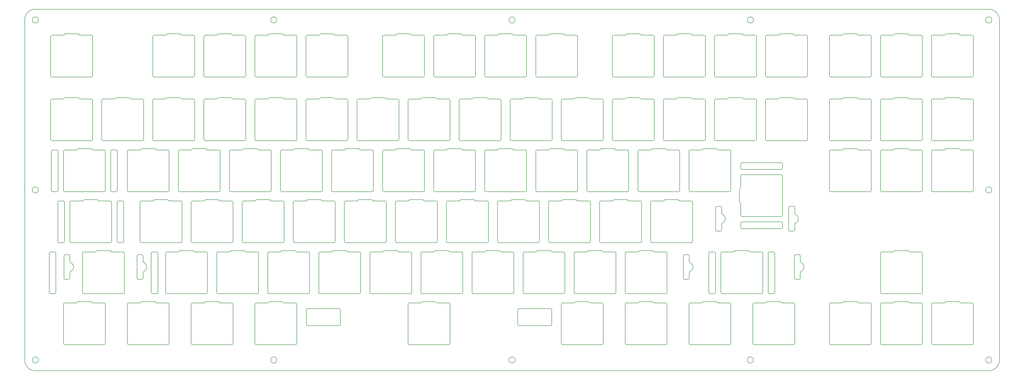
<source format=gm1>
G04 #@! TF.GenerationSoftware,KiCad,Pcbnew,(5.0.0)*
G04 #@! TF.CreationDate,2019-01-11T11:22:09-08:00*
G04 #@! TF.ProjectId,Celestine-SandwichCase-Top,43656C657374696E652D53616E647769,rev?*
G04 #@! TF.SameCoordinates,Original*
G04 #@! TF.FileFunction,Profile,NP*
%FSLAX46Y46*%
G04 Gerber Fmt 4.6, Leading zero omitted, Abs format (unit mm)*
G04 Created by KiCad (PCBNEW (5.0.0)) date 01/11/19 11:22:09*
%MOMM*%
%LPD*%
G01*
G04 APERTURE LIST*
G04 #@! TA.AperFunction,NonConductor*
%ADD10C,0.200000*%
G04 #@! TD*
G04 APERTURE END LIST*
D10*
G04 #@! TO.C,O1*
X60480213Y-126750531D02*
G75*
G02X60047200Y-127000531I-433013J250000D01*
G01*
X17063225Y-148335531D02*
X17063225Y-21273031D01*
X65413225Y-126500531D02*
X60913225Y-126500531D01*
X21063225Y-152335531D02*
G75*
G02X17063225Y-148335531I0J4000000D01*
G01*
X65413225Y-126500531D02*
G75*
G02X65846238Y-126750531I0J-500000D01*
G01*
X376725725Y-17273031D02*
G75*
G02X380725725Y-21273031I0J-4000000D01*
G01*
X66279250Y-127000530D02*
G75*
G02X65846238Y-126750531I0J499999D01*
G01*
X376725725Y-152335531D02*
X21063225Y-152335531D01*
X70973225Y-142120531D02*
G75*
G02X70473225Y-142620531I-500000J0D01*
G01*
X55853225Y-142620531D02*
X70473225Y-142620531D01*
X55853225Y-142620531D02*
G75*
G02X55353225Y-142120531I0J500000D01*
G01*
X55353225Y-127500531D02*
X55353225Y-142120531D01*
X55353225Y-127500531D02*
G75*
G02X55853225Y-127000531I500000J0D01*
G01*
X60480212Y-126750531D02*
G75*
G02X60913225Y-126500531I433013J-250000D01*
G01*
X380725725Y-148335531D02*
G75*
G02X376725725Y-152335531I-4000000J0D01*
G01*
X380725725Y-21273031D02*
X380725725Y-148335531D01*
X200044475Y-21273031D02*
G75*
G03X200044475Y-21273031I-1150000J0D01*
G01*
X22213225Y-148335531D02*
G75*
G03X22213225Y-148335531I-1150000J0D01*
G01*
X70473225Y-127000531D02*
X66279250Y-127000531D01*
X17063225Y-21273031D02*
G75*
G02X21063225Y-17273031I4000000J0D01*
G01*
X21063225Y-17273031D02*
X376725725Y-17273031D01*
X288960100Y-148335531D02*
G75*
G03X288960100Y-148335531I-1150000J0D01*
G01*
X60047200Y-127000531D02*
X55853225Y-127000531D01*
X61264575Y-117737531D02*
G75*
G02X60764575Y-118237531I-500000J0D01*
G01*
X60764575Y-108966531D02*
G75*
G02X61264575Y-109466531I0J-500000D01*
G01*
X99616750Y-107950530D02*
G75*
G02X99183738Y-107700531I0J499999D01*
G01*
X103810725Y-107950531D02*
X99616750Y-107950531D01*
X60615725Y-104520531D02*
G75*
G02X60115725Y-104020531I0J500000D01*
G01*
X60764575Y-108966531D02*
X59529375Y-108966531D01*
X104310725Y-123070531D02*
G75*
G02X103810725Y-123570531I-500000J0D01*
G01*
X28724375Y-123070531D02*
G75*
G02X28224375Y-123570531I-500000J0D01*
G01*
X61558415Y-111970633D02*
G75*
G02X61264575Y-111515113I206160J455520D01*
G01*
X89190725Y-123570531D02*
X103810725Y-123570531D01*
X64809700Y-88900531D02*
X60615725Y-88900531D01*
X61264575Y-111515113D02*
X61264575Y-109466531D01*
X26724375Y-123570531D02*
X28224375Y-123570531D01*
X70175725Y-88400531D02*
X65675725Y-88400531D01*
X27540725Y-85470531D02*
X29040725Y-85470531D01*
X27040725Y-70350531D02*
G75*
G02X27540725Y-69850531I500000J0D01*
G01*
X26724375Y-123570531D02*
G75*
G02X26224375Y-123070531I0J500000D01*
G01*
X28224375Y-107950531D02*
X26724375Y-107950531D01*
X59029375Y-109466531D02*
X59029375Y-117737531D01*
X61264575Y-115688949D02*
G75*
G02X61558415Y-115233429I500000J0D01*
G01*
X59529375Y-118237531D02*
G75*
G02X59029375Y-117737531I0J500000D01*
G01*
X89190725Y-123570531D02*
G75*
G02X88690725Y-123070531I0J500000D01*
G01*
X88690725Y-108450531D02*
X88690725Y-123070531D01*
X61264575Y-117737531D02*
X61264575Y-115688949D01*
X59529375Y-118237531D02*
X60764575Y-118237531D01*
X60115725Y-89400531D02*
X60115725Y-104020531D01*
X75235725Y-88900531D02*
X71041750Y-88900531D01*
X60115725Y-89400531D02*
G75*
G02X60615725Y-88900531I500000J0D01*
G01*
X29040725Y-69850531D02*
G75*
G02X29540725Y-70350531I0J-500000D01*
G01*
X29540725Y-84970531D02*
G75*
G02X29040725Y-85470531I-500000J0D01*
G01*
X59029375Y-109466531D02*
G75*
G02X59529375Y-108966531I500000J0D01*
G01*
X61558415Y-111970633D02*
G75*
G02X61558415Y-115233429I-738340J-1631398D01*
G01*
X75735725Y-104020531D02*
X75735725Y-89400531D01*
X75735725Y-104020531D02*
G75*
G02X75235725Y-104520531I-500000J0D01*
G01*
X26224375Y-108450531D02*
G75*
G02X26724375Y-107950531I500000J0D01*
G01*
X71041750Y-88900530D02*
G75*
G02X70608738Y-88650531I0J499999D01*
G01*
X60615725Y-104520531D02*
X75235725Y-104520531D01*
X29040725Y-69850531D02*
X27540725Y-69850531D01*
X28224375Y-107950531D02*
G75*
G02X28724375Y-108450531I0J-500000D01*
G01*
X28724375Y-123070531D02*
X28724375Y-108450531D01*
X75235725Y-88900531D02*
G75*
G02X75735725Y-89400531I0J-500000D01*
G01*
X27540725Y-85470531D02*
G75*
G02X27040725Y-84970531I0J500000D01*
G01*
X65242712Y-88650531D02*
G75*
G02X65675725Y-88400531I433013J-250000D01*
G01*
X103513225Y-69350531D02*
G75*
G02X103946238Y-69600531I0J-500000D01*
G01*
X103810725Y-107950531D02*
G75*
G02X104310725Y-108450531I0J-500000D01*
G01*
X88690725Y-108450531D02*
G75*
G02X89190725Y-107950531I500000J0D01*
G01*
X93384700Y-107950531D02*
X89190725Y-107950531D01*
X27040725Y-70350531D02*
X27040725Y-84970531D01*
X70175725Y-88400531D02*
G75*
G02X70608738Y-88650531I0J-500000D01*
G01*
X65242713Y-88650531D02*
G75*
G02X64809700Y-88900531I-433013J250000D01*
G01*
X26224375Y-108450531D02*
X26224375Y-123070531D01*
X93817713Y-107700531D02*
G75*
G02X93384700Y-107950531I-433013J250000D01*
G01*
X93817712Y-107700531D02*
G75*
G02X94250725Y-107450531I433013J-250000D01*
G01*
X98750725Y-107450531D02*
X94250725Y-107450531D01*
X98750725Y-107450531D02*
G75*
G02X99183738Y-107700531I0J-500000D01*
G01*
X104310725Y-123070531D02*
X104310725Y-108450531D01*
X29540725Y-84970531D02*
X29540725Y-70350531D01*
X184773225Y-26988031D02*
G75*
G02X185273225Y-27488031I0J-500000D01*
G01*
X236692713Y-88650531D02*
G75*
G02X236259700Y-88900531I-433013J250000D01*
G01*
X108105212Y-26738031D02*
G75*
G02X108538225Y-26488031I433013J-250000D01*
G01*
X246685725Y-88900531D02*
X242491750Y-88900531D01*
X284703225Y-77125531D02*
X299323225Y-77125531D01*
X284703225Y-77125531D02*
G75*
G02X284203225Y-76625531I0J500000D01*
G01*
X236259700Y-88900531D02*
X232065725Y-88900531D01*
X241625725Y-88400531D02*
X237125725Y-88400531D01*
X247185725Y-104020531D02*
X247185725Y-89400531D01*
X232065725Y-104520531D02*
G75*
G02X231565725Y-104020531I0J500000D01*
G01*
X174780212Y-26738031D02*
G75*
G02X175213225Y-26488031I433013J-250000D01*
G01*
X169653225Y-27488031D02*
G75*
G02X170153225Y-26988031I500000J0D01*
G01*
X113904250Y-26988030D02*
G75*
G02X113471238Y-26738031I0J499999D01*
G01*
X236692712Y-88650531D02*
G75*
G02X237125725Y-88400531I433013J-250000D01*
G01*
X284203225Y-75125531D02*
X284203225Y-76625531D01*
X299323225Y-74625531D02*
X284703225Y-74625531D01*
X108538225Y-26488031D02*
X113038225Y-26488031D01*
X246685725Y-88900531D02*
G75*
G02X247185725Y-89400531I0J-500000D01*
G01*
X103478225Y-26988031D02*
X107672200Y-26988031D01*
X299323225Y-74625531D02*
G75*
G02X299823225Y-75125531I0J-500000D01*
G01*
X180579250Y-26988031D02*
X184773225Y-26988031D01*
X242491750Y-88900530D02*
G75*
G02X242058738Y-88650531I0J499999D01*
G01*
X180579250Y-26988030D02*
G75*
G02X180146238Y-26738031I0J499999D01*
G01*
X108105213Y-26738031D02*
G75*
G02X107672200Y-26988031I-433013J250000D01*
G01*
X118598225Y-27488031D02*
X118598225Y-42108031D01*
X184773225Y-42608031D02*
X170153225Y-42608031D01*
X185273225Y-42108031D02*
G75*
G02X184773225Y-42608031I-500000J0D01*
G01*
X299823225Y-76625531D02*
G75*
G02X299323225Y-77125531I-500000J0D01*
G01*
X102978225Y-42108031D02*
X102978225Y-27488031D01*
X299823225Y-76625531D02*
X299823225Y-75125531D01*
X232065725Y-104520531D02*
X246685725Y-104520531D01*
X179713225Y-26488031D02*
G75*
G02X180146238Y-26738031I0J-500000D01*
G01*
X174780213Y-26738031D02*
G75*
G02X174347200Y-26988031I-433013J250000D01*
G01*
X113904250Y-26988031D02*
X118098225Y-26988031D01*
X231565725Y-89400531D02*
G75*
G02X232065725Y-88900531I500000J0D01*
G01*
X241625725Y-88400531D02*
G75*
G02X242058738Y-88650531I0J-500000D01*
G01*
X303835725Y-142620531D02*
X289215725Y-142620531D01*
X289215725Y-127000531D02*
X293409700Y-127000531D01*
X170153225Y-42608031D02*
G75*
G02X169653225Y-42108031I0J500000D01*
G01*
X293842713Y-126750531D02*
G75*
G02X293409700Y-127000531I-433013J250000D01*
G01*
X170153225Y-26988031D02*
X174347200Y-26988031D01*
X293842712Y-126750531D02*
G75*
G02X294275725Y-126500531I433013J-250000D01*
G01*
X288715725Y-142120531D02*
X288715725Y-127500531D01*
X299641750Y-127000530D02*
G75*
G02X299208738Y-126750531I0J499999D01*
G01*
X304335725Y-142120531D02*
G75*
G02X303835725Y-142620531I-500000J0D01*
G01*
X304335725Y-127500531D02*
X304335725Y-142120531D01*
X118098225Y-26988031D02*
G75*
G02X118598225Y-27488031I0J-500000D01*
G01*
X303835725Y-127000531D02*
G75*
G02X304335725Y-127500531I0J-500000D01*
G01*
X299641750Y-127000531D02*
X303835725Y-127000531D01*
X284203225Y-75125531D02*
G75*
G02X284703225Y-74625531I500000J0D01*
G01*
X113038225Y-26488031D02*
G75*
G02X113471238Y-26738031I0J-500000D01*
G01*
X298775725Y-126500531D02*
G75*
G02X299208738Y-126750531I0J-500000D01*
G01*
X118598225Y-42108031D02*
G75*
G02X118098225Y-42608031I-500000J0D01*
G01*
X289215725Y-142620531D02*
G75*
G02X288715725Y-142120531I0J500000D01*
G01*
X175213225Y-26488031D02*
X179713225Y-26488031D01*
X247185725Y-104020531D02*
G75*
G02X246685725Y-104520531I-500000J0D01*
G01*
X118098225Y-42608031D02*
X103478225Y-42608031D01*
X102978225Y-27488031D02*
G75*
G02X103478225Y-26988031I500000J0D01*
G01*
X169653225Y-42108031D02*
X169653225Y-27488031D01*
X103478225Y-42608031D02*
G75*
G02X102978225Y-42108031I0J500000D01*
G01*
X231565725Y-89400531D02*
X231565725Y-104020531D01*
X294275725Y-126500531D02*
X298775725Y-126500531D01*
X185273225Y-27488031D02*
X185273225Y-42108031D01*
X288715725Y-127500531D02*
G75*
G02X289215725Y-127000531I500000J0D01*
G01*
X98580212Y-69600531D02*
G75*
G02X99013225Y-69350531I433013J-250000D01*
G01*
X66764575Y-123070531D02*
X66764575Y-108450531D01*
X66764575Y-123070531D02*
G75*
G02X66264575Y-123570531I-500000J0D01*
G01*
X64264575Y-108450531D02*
X64264575Y-123070531D01*
X64764575Y-123570531D02*
X66264575Y-123570531D01*
X93453225Y-70350531D02*
G75*
G02X93953225Y-69850531I500000J0D01*
G01*
X93453225Y-84970531D02*
X93453225Y-70350531D01*
X99013225Y-69350531D02*
X103513225Y-69350531D01*
X104379250Y-69850531D02*
X108573225Y-69850531D01*
X66264575Y-107950531D02*
G75*
G02X66764575Y-108450531I0J-500000D01*
G01*
X104379250Y-69850530D02*
G75*
G02X103946238Y-69600531I0J499999D01*
G01*
X108573225Y-69850531D02*
G75*
G02X109073225Y-70350531I0J-500000D01*
G01*
X64264575Y-108450531D02*
G75*
G02X64764575Y-107950531I500000J0D01*
G01*
X108573225Y-85470531D02*
X93953225Y-85470531D01*
X93953225Y-85470531D02*
G75*
G02X93453225Y-84970531I0J500000D01*
G01*
X98580213Y-69600531D02*
G75*
G02X98147200Y-69850531I-433013J250000D01*
G01*
X66264575Y-107950531D02*
X64764575Y-107950531D01*
X109073225Y-70350531D02*
X109073225Y-84970531D01*
X93953225Y-69850531D02*
X98147200Y-69850531D01*
X109073225Y-84970531D02*
G75*
G02X108573225Y-85470531I-500000J0D01*
G01*
X64764575Y-123570531D02*
G75*
G02X64264575Y-123070531I0J500000D01*
G01*
X264536075Y-108966531D02*
X263300875Y-108966531D01*
X122528225Y-42608031D02*
X137148225Y-42608031D01*
X303857625Y-90932031D02*
G75*
G02X304357625Y-91432031I0J-500000D01*
G01*
X302122425Y-91432031D02*
G75*
G02X302622425Y-90932031I500000J0D01*
G01*
X302622425Y-100203031D02*
G75*
G02X302122425Y-99703031I0J500000D01*
G01*
X304357625Y-97302185D02*
X304357625Y-99703031D01*
X137148225Y-26988031D02*
G75*
G02X137648225Y-27488031I0J-500000D01*
G01*
X137648225Y-42108031D02*
G75*
G02X137148225Y-42608031I-500000J0D01*
G01*
X264536075Y-108966531D02*
G75*
G02X265036075Y-109466531I0J-500000D01*
G01*
X265329915Y-111970633D02*
G75*
G02X265036075Y-111515113I206160J455520D01*
G01*
X262800875Y-109466531D02*
X262800875Y-117737531D01*
X304651465Y-93936133D02*
G75*
G02X304357625Y-97302185I-738340J-1631398D01*
G01*
X265329915Y-111970633D02*
G75*
G02X265329915Y-115233429I-738340J-1631398D01*
G01*
X265036075Y-117737531D02*
X265036075Y-115688949D01*
X265036075Y-117737531D02*
G75*
G02X264536075Y-118237531I-500000J0D01*
G01*
X304357625Y-99703031D02*
G75*
G02X303857625Y-100203031I-500000J0D01*
G01*
X262800875Y-109466531D02*
G75*
G02X263300875Y-108966531I500000J0D01*
G01*
X303857625Y-100203031D02*
X302622425Y-100203031D01*
X304357625Y-91432031D02*
X304357625Y-93480613D01*
X263300875Y-118237531D02*
X264536075Y-118237531D01*
X302122425Y-99703031D02*
X302122425Y-91432031D01*
X302622425Y-90932031D02*
X303857625Y-90932031D01*
X304651465Y-93936133D02*
G75*
G02X304357625Y-93480613I206160J455520D01*
G01*
X137148225Y-26988031D02*
X132954250Y-26988031D01*
X137648225Y-42108031D02*
X137648225Y-27488031D01*
X265036075Y-115688949D02*
G75*
G02X265329915Y-115233429I500000J0D01*
G01*
X265036075Y-111515113D02*
X265036075Y-109466531D01*
X263300875Y-118237531D02*
G75*
G02X262800875Y-117737531I0J500000D01*
G01*
X185341750Y-88900530D02*
G75*
G02X184908738Y-88650531I0J499999D01*
G01*
X179975725Y-88400531D02*
X184475725Y-88400531D01*
X179542712Y-88650531D02*
G75*
G02X179975725Y-88400531I433013J-250000D01*
G01*
X298605212Y-50550531D02*
G75*
G02X299038225Y-50300531I433013J-250000D01*
G01*
X217642713Y-88650531D02*
G75*
G02X217209700Y-88900531I-433013J250000D01*
G01*
X228135725Y-104020531D02*
G75*
G02X227635725Y-104520531I-500000J0D01*
G01*
X298605213Y-50550531D02*
G75*
G02X298172200Y-50800531I-433013J250000D01*
G01*
X293478225Y-51300531D02*
G75*
G02X293978225Y-50800531I500000J0D01*
G01*
X213015725Y-104520531D02*
G75*
G02X212515725Y-104020531I0J500000D01*
G01*
X308598225Y-66420531D02*
X293978225Y-66420531D01*
X303538225Y-50300531D02*
G75*
G02X303971238Y-50550531I0J-500000D01*
G01*
X351460725Y-142620531D02*
X336840725Y-142620531D01*
X347266750Y-127000531D02*
X351460725Y-127000531D01*
X174915725Y-88900531D02*
X179109700Y-88900531D01*
X212515725Y-89400531D02*
G75*
G02X213015725Y-88900531I500000J0D01*
G01*
X355390725Y-142120531D02*
X355390725Y-127500531D01*
X336840725Y-127000531D02*
X341034700Y-127000531D01*
X351960725Y-142120531D02*
G75*
G02X351460725Y-142620531I-500000J0D01*
G01*
X341467712Y-126750531D02*
G75*
G02X341900725Y-126500531I433013J-250000D01*
G01*
X190035725Y-89400531D02*
X190035725Y-104020531D01*
X308598225Y-50800531D02*
G75*
G02X309098225Y-51300531I0J-500000D01*
G01*
X189535725Y-88900531D02*
G75*
G02X190035725Y-89400531I0J-500000D01*
G01*
X304404250Y-50800531D02*
X308598225Y-50800531D01*
X370510725Y-127000531D02*
G75*
G02X371010725Y-127500531I0J-500000D01*
G01*
X366316750Y-127000531D02*
X370510725Y-127000531D01*
X336340725Y-127500531D02*
G75*
G02X336840725Y-127000531I500000J0D01*
G01*
X336340725Y-142120531D02*
X336340725Y-127500531D01*
X346400725Y-126500531D02*
G75*
G02X346833738Y-126750531I0J-500000D01*
G01*
X293978225Y-50800531D02*
X298172200Y-50800531D01*
X174415725Y-104020531D02*
X174415725Y-89400531D01*
X293978225Y-66420531D02*
G75*
G02X293478225Y-65920531I0J500000D01*
G01*
X360517713Y-126750531D02*
G75*
G02X360084700Y-127000531I-433013J250000D01*
G01*
X365450725Y-126500531D02*
G75*
G02X365883738Y-126750531I0J-500000D01*
G01*
X227635725Y-104520531D02*
X213015725Y-104520531D01*
X360950725Y-126500531D02*
X365450725Y-126500531D01*
X351460725Y-127000531D02*
G75*
G02X351960725Y-127500531I0J-500000D01*
G01*
X179542713Y-88650531D02*
G75*
G02X179109700Y-88900531I-433013J250000D01*
G01*
X351960725Y-127500531D02*
X351960725Y-142120531D01*
X212515725Y-104020531D02*
X212515725Y-89400531D01*
X190035725Y-104020531D02*
G75*
G02X189535725Y-104520531I-500000J0D01*
G01*
X309098225Y-51300531D02*
X309098225Y-65920531D01*
X213015725Y-88900531D02*
X217209700Y-88900531D01*
X360517712Y-126750531D02*
G75*
G02X360950725Y-126500531I433013J-250000D01*
G01*
X371010725Y-127500531D02*
X371010725Y-142120531D01*
X355890725Y-127000531D02*
X360084700Y-127000531D01*
X184475725Y-88400531D02*
G75*
G02X184908738Y-88650531I0J-500000D01*
G01*
X299038225Y-50300531D02*
X303538225Y-50300531D01*
X355390725Y-127500531D02*
G75*
G02X355890725Y-127000531I500000J0D01*
G01*
X336840725Y-142620531D02*
G75*
G02X336340725Y-142120531I0J500000D01*
G01*
X355890725Y-142620531D02*
G75*
G02X355390725Y-142120531I0J500000D01*
G01*
X370510725Y-142620531D02*
X355890725Y-142620531D01*
X371010725Y-142120531D02*
G75*
G02X370510725Y-142620531I-500000J0D01*
G01*
X366316750Y-127000530D02*
G75*
G02X365883738Y-126750531I0J499999D01*
G01*
X341900725Y-126500531D02*
X346400725Y-126500531D01*
X228135725Y-89400531D02*
X228135725Y-104020531D01*
X341467713Y-126750531D02*
G75*
G02X341034700Y-127000531I-433013J250000D01*
G01*
X185341750Y-88900531D02*
X189535725Y-88900531D01*
X304404250Y-50800530D02*
G75*
G02X303971238Y-50550531I0J499999D01*
G01*
X347266750Y-127000530D02*
G75*
G02X346833738Y-126750531I0J499999D01*
G01*
X189535725Y-104520531D02*
X174915725Y-104520531D01*
X309098225Y-65920531D02*
G75*
G02X308598225Y-66420531I-500000J0D01*
G01*
X174415725Y-89400531D02*
G75*
G02X174915725Y-88900531I500000J0D01*
G01*
X293478225Y-65920531D02*
X293478225Y-51300531D01*
X174915725Y-104520531D02*
G75*
G02X174415725Y-104020531I0J500000D01*
G01*
X84760725Y-107950531D02*
X80566750Y-107950531D01*
X89225725Y-126500531D02*
G75*
G02X89658738Y-126750531I0J-500000D01*
G01*
X31921975Y-104020531D02*
G75*
G02X31421975Y-104520531I-500000J0D01*
G01*
X84292712Y-126750531D02*
G75*
G02X84725725Y-126500531I433013J-250000D01*
G01*
X29421975Y-89400531D02*
X29421975Y-104020531D01*
X90091750Y-127000531D02*
X94285725Y-127000531D01*
X69640725Y-108450531D02*
G75*
G02X70140725Y-107950531I500000J0D01*
G01*
X80566750Y-107950530D02*
G75*
G02X80133738Y-107700531I0J499999D01*
G01*
X74767712Y-107700531D02*
G75*
G02X75200725Y-107450531I433013J-250000D01*
G01*
X79700725Y-107450531D02*
X75200725Y-107450531D01*
X79700725Y-107450531D02*
G75*
G02X80133738Y-107700531I0J-500000D01*
G01*
X31421975Y-88900531D02*
X29921975Y-88900531D01*
X94785725Y-127500531D02*
X94785725Y-142120531D01*
X29421975Y-89400531D02*
G75*
G02X29921975Y-88900531I500000J0D01*
G01*
X74334700Y-107950531D02*
X70140725Y-107950531D01*
X31421975Y-88900531D02*
G75*
G02X31921975Y-89400531I0J-500000D01*
G01*
X84725725Y-126500531D02*
X89225725Y-126500531D01*
X29921975Y-104520531D02*
G75*
G02X29421975Y-104020531I0J500000D01*
G01*
X74767713Y-107700531D02*
G75*
G02X74334700Y-107950531I-433013J250000D01*
G01*
X31921975Y-104020531D02*
X31921975Y-89400531D01*
X29921975Y-104520531D02*
X31421975Y-104520531D01*
X94285725Y-127000531D02*
G75*
G02X94785725Y-127500531I0J-500000D01*
G01*
X90091750Y-127000530D02*
G75*
G02X89658738Y-126750531I0J499999D01*
G01*
X200044475Y-148335531D02*
G75*
G03X200044475Y-148335531I-1150000J0D01*
G01*
X377875725Y-21273031D02*
G75*
G03X377875725Y-21273031I-1150000J0D01*
G01*
X288960100Y-21273031D02*
G75*
G03X288960100Y-21273031I-1150000J0D01*
G01*
X22213225Y-21273031D02*
G75*
G03X22213225Y-21273031I-1150000J0D01*
G01*
X377875725Y-84804281D02*
G75*
G03X377875725Y-84804281I-1150000J0D01*
G01*
X111128850Y-148335531D02*
G75*
G03X111128850Y-148335531I-1150000J0D01*
G01*
X377875725Y-148335531D02*
G75*
G03X377875725Y-148335531I-1150000J0D01*
G01*
X22213225Y-84804281D02*
G75*
G03X22213225Y-84804281I-1150000J0D01*
G01*
X111128850Y-21273031D02*
G75*
G03X111128850Y-21273031I-1150000J0D01*
G01*
X365450725Y-50300531D02*
G75*
G02X365883738Y-50550531I0J-500000D01*
G01*
X194798225Y-65920531D02*
X194798225Y-51300531D01*
X370510725Y-66420531D02*
X355890725Y-66420531D01*
X127155213Y-50550531D02*
G75*
G02X126722200Y-50800531I-433013J250000D01*
G01*
X122528225Y-66420531D02*
X137148225Y-66420531D01*
X179178225Y-51300531D02*
G75*
G02X179678225Y-50800531I500000J0D01*
G01*
X183872200Y-50800531D02*
X179678225Y-50800531D01*
X336340725Y-27488031D02*
G75*
G02X336840725Y-26988031I500000J0D01*
G01*
X190104250Y-50800530D02*
G75*
G02X189671238Y-50550531I0J499999D01*
G01*
X161460725Y-108450531D02*
X161460725Y-123070531D01*
X150967713Y-107700531D02*
G75*
G02X150534700Y-107950531I-433013J250000D01*
G01*
X146340725Y-107950531D02*
X150534700Y-107950531D01*
X132088225Y-50300531D02*
X127588225Y-50300531D01*
X156766750Y-107950531D02*
X160960725Y-107950531D01*
X184305212Y-50550531D02*
G75*
G02X184738225Y-50300531I433013J-250000D01*
G01*
X179678225Y-66420531D02*
X194298225Y-66420531D01*
X371010725Y-51300531D02*
X371010725Y-65920531D01*
X122528225Y-66420531D02*
G75*
G02X122028225Y-65920531I0J500000D01*
G01*
X127155212Y-50550531D02*
G75*
G02X127588225Y-50300531I433013J-250000D01*
G01*
X137648225Y-65920531D02*
G75*
G02X137148225Y-66420531I-500000J0D01*
G01*
X341467713Y-26738031D02*
G75*
G02X341034700Y-26988031I-433013J250000D01*
G01*
X145840725Y-108450531D02*
G75*
G02X146340725Y-107950531I500000J0D01*
G01*
X160960725Y-107950531D02*
G75*
G02X161460725Y-108450531I0J-500000D01*
G01*
X132954250Y-50800530D02*
G75*
G02X132521238Y-50550531I0J499999D01*
G01*
X137148225Y-50800531D02*
X132954250Y-50800531D01*
X184305213Y-50550531D02*
G75*
G02X183872200Y-50800531I-433013J250000D01*
G01*
X155900725Y-107450531D02*
G75*
G02X156333738Y-107700531I0J-500000D01*
G01*
X189238225Y-50300531D02*
G75*
G02X189671238Y-50550531I0J-500000D01*
G01*
X137148225Y-50800531D02*
G75*
G02X137648225Y-51300531I0J-500000D01*
G01*
X145840725Y-123070531D02*
X145840725Y-108450531D01*
X146340725Y-123570531D02*
G75*
G02X145840725Y-123070531I0J500000D01*
G01*
X179678225Y-66420531D02*
G75*
G02X179178225Y-65920531I0J500000D01*
G01*
X360517713Y-50550531D02*
G75*
G02X360084700Y-50800531I-433013J250000D01*
G01*
X341034700Y-26988031D02*
X336840725Y-26988031D01*
X366316750Y-50800531D02*
X370510725Y-50800531D01*
X360950725Y-50300531D02*
X365450725Y-50300531D01*
X360517712Y-50550531D02*
G75*
G02X360950725Y-50300531I433013J-250000D01*
G01*
X194298225Y-50800531D02*
G75*
G02X194798225Y-51300531I0J-500000D01*
G01*
X355390725Y-65920531D02*
X355390725Y-51300531D01*
X371010725Y-65920531D02*
G75*
G02X370510725Y-66420531I-500000J0D01*
G01*
X137648225Y-65920531D02*
X137648225Y-51300531D01*
X179178225Y-51300531D02*
X179178225Y-65920531D01*
X122028225Y-51300531D02*
X122028225Y-65920531D01*
X126722200Y-50800531D02*
X122528225Y-50800531D01*
X194798225Y-65920531D02*
G75*
G02X194298225Y-66420531I-500000J0D01*
G01*
X132088225Y-50300531D02*
G75*
G02X132521238Y-50550531I0J-500000D01*
G01*
X355390725Y-51300531D02*
G75*
G02X355890725Y-50800531I500000J0D01*
G01*
X160960725Y-123570531D02*
X146340725Y-123570531D01*
X355890725Y-50800531D02*
X360084700Y-50800531D01*
X355890725Y-66420531D02*
G75*
G02X355390725Y-65920531I0J500000D01*
G01*
X370510725Y-50800531D02*
G75*
G02X371010725Y-51300531I0J-500000D01*
G01*
X122028225Y-51300531D02*
G75*
G02X122528225Y-50800531I500000J0D01*
G01*
X189238225Y-50300531D02*
X184738225Y-50300531D01*
X161460725Y-123070531D02*
G75*
G02X160960725Y-123570531I-500000J0D01*
G01*
X194298225Y-50800531D02*
X190104250Y-50800531D01*
X156766750Y-107950530D02*
G75*
G02X156333738Y-107700531I0J499999D01*
G01*
X366316750Y-50800530D02*
G75*
G02X365883738Y-50550531I0J499999D01*
G01*
X42398225Y-65920531D02*
G75*
G02X41898225Y-66420531I-500000J0D01*
G01*
X346400725Y-26488031D02*
X341900725Y-26488031D01*
X346400725Y-26488031D02*
G75*
G02X346833738Y-26738031I0J-500000D01*
G01*
X351960725Y-42108031D02*
G75*
G02X351460725Y-42608031I-500000J0D01*
G01*
X79998225Y-50800531D02*
G75*
G02X80498225Y-51300531I0J-500000D01*
G01*
X336840725Y-42608031D02*
X351460725Y-42608031D01*
X317290725Y-27488031D02*
G75*
G02X317790725Y-26988031I500000J0D01*
G01*
X42398225Y-51300531D02*
X42398225Y-65920531D01*
X321984700Y-26988031D02*
X317790725Y-26988031D01*
X322417713Y-26738031D02*
G75*
G02X321984700Y-26988031I-433013J250000D01*
G01*
X327350725Y-26488031D02*
G75*
G02X327783738Y-26738031I0J-500000D01*
G01*
X84463225Y-69350531D02*
X79963225Y-69350531D01*
X80498225Y-65920531D02*
G75*
G02X79998225Y-66420531I-500000J0D01*
G01*
X332410725Y-26988031D02*
X328216750Y-26988031D01*
X53541975Y-88900531D02*
X52041975Y-88900531D01*
X89523225Y-69850531D02*
G75*
G02X90023225Y-70350531I0J-500000D01*
G01*
X74403225Y-70350531D02*
X74403225Y-84970531D01*
X74903225Y-85470531D02*
X89523225Y-85470531D01*
X65378225Y-50800531D02*
X69572200Y-50800531D01*
X79998225Y-66420531D02*
X65378225Y-66420531D01*
X85329250Y-69850530D02*
G75*
G02X84896238Y-69600531I0J499999D01*
G01*
X53541975Y-88900531D02*
G75*
G02X54041975Y-89400531I0J-500000D01*
G01*
X64878225Y-65920531D02*
X64878225Y-51300531D01*
X51541975Y-89400531D02*
X51541975Y-104020531D01*
X70438225Y-50300531D02*
X74938225Y-50300531D01*
X79097200Y-69850531D02*
X74903225Y-69850531D01*
X341467712Y-26738031D02*
G75*
G02X341900725Y-26488031I433013J-250000D01*
G01*
X347266750Y-26988030D02*
G75*
G02X346833738Y-26738031I0J499999D01*
G01*
X351460725Y-26988031D02*
X347266750Y-26988031D01*
X51541975Y-89400531D02*
G75*
G02X52041975Y-88900531I500000J0D01*
G01*
X351460725Y-26988031D02*
G75*
G02X351960725Y-27488031I0J-500000D01*
G01*
X351960725Y-42108031D02*
X351960725Y-27488031D01*
X336840725Y-42608031D02*
G75*
G02X336340725Y-42108031I0J500000D01*
G01*
X332910725Y-42108031D02*
G75*
G02X332410725Y-42608031I-500000J0D01*
G01*
X90023225Y-84970531D02*
G75*
G02X89523225Y-85470531I-500000J0D01*
G01*
X322417712Y-26738031D02*
G75*
G02X322850725Y-26488031I433013J-250000D01*
G01*
X70005212Y-50550531D02*
G75*
G02X70438225Y-50300531I433013J-250000D01*
G01*
X52041975Y-104520531D02*
G75*
G02X51541975Y-104020531I0J500000D01*
G01*
X54041975Y-104020531D02*
X54041975Y-89400531D01*
X79530213Y-69600531D02*
G75*
G02X79097200Y-69850531I-433013J250000D01*
G01*
X75804250Y-50800530D02*
G75*
G02X75371238Y-50550531I0J499999D01*
G01*
X336340725Y-27488031D02*
X336340725Y-42108031D01*
X90023225Y-84970531D02*
X90023225Y-70350531D01*
X74403225Y-70350531D02*
G75*
G02X74903225Y-69850531I500000J0D01*
G01*
X317790725Y-42608031D02*
G75*
G02X317290725Y-42108031I0J500000D01*
G01*
X332910725Y-42108031D02*
X332910725Y-27488031D01*
X75804250Y-50800531D02*
X79998225Y-50800531D01*
X317290725Y-27488031D02*
X317290725Y-42108031D01*
X74938225Y-50300531D02*
G75*
G02X75371238Y-50550531I0J-500000D01*
G01*
X327350725Y-26488031D02*
X322850725Y-26488031D01*
X332410725Y-26988031D02*
G75*
G02X332910725Y-27488031I0J-500000D01*
G01*
X74903225Y-85470531D02*
G75*
G02X74403225Y-84970531I0J500000D01*
G01*
X328216750Y-26988030D02*
G75*
G02X327783738Y-26738031I0J499999D01*
G01*
X317790725Y-42608031D02*
X332410725Y-42608031D01*
X84463225Y-69350531D02*
G75*
G02X84896238Y-69600531I0J-500000D01*
G01*
X89523225Y-69850531D02*
X85329250Y-69850531D01*
X41898225Y-66420531D02*
X27278225Y-66420531D01*
X52041975Y-104520531D02*
X53541975Y-104520531D01*
X54041975Y-104020531D02*
G75*
G02X53541975Y-104520531I-500000J0D01*
G01*
X64878225Y-51300531D02*
G75*
G02X65378225Y-50800531I500000J0D01*
G01*
X79530212Y-69600531D02*
G75*
G02X79963225Y-69350531I433013J-250000D01*
G01*
X80498225Y-51300531D02*
X80498225Y-65920531D01*
X70005213Y-50550531D02*
G75*
G02X69572200Y-50800531I-433013J250000D01*
G01*
X65378225Y-66420531D02*
G75*
G02X64878225Y-65920531I0J500000D01*
G01*
X79665725Y-88900531D02*
X83859700Y-88900531D01*
X37100725Y-69350531D02*
X41600725Y-69350531D01*
X46660725Y-85470531D02*
X32040725Y-85470531D01*
X31724375Y-109466531D02*
G75*
G02X32224375Y-108966531I500000J0D01*
G01*
X79165725Y-89400531D02*
G75*
G02X79665725Y-88900531I500000J0D01*
G01*
X34253415Y-111970633D02*
G75*
G02X33959575Y-111515113I206160J455520D01*
G01*
X32040725Y-69850531D02*
X36234700Y-69850531D01*
X31540725Y-84970531D02*
X31540725Y-70350531D01*
X27278225Y-42608031D02*
X41898225Y-42608031D01*
X33959575Y-115688949D02*
G75*
G02X34253415Y-115233429I500000J0D01*
G01*
X46660725Y-69850531D02*
G75*
G02X47160725Y-70350531I0J-500000D01*
G01*
X33959575Y-109466531D02*
X33959575Y-111515113D01*
X47160725Y-84970531D02*
G75*
G02X46660725Y-85470531I-500000J0D01*
G01*
X41600725Y-69350531D02*
G75*
G02X42033738Y-69600531I0J-500000D01*
G01*
X31472200Y-26988031D02*
X27278225Y-26988031D01*
X41898225Y-26988031D02*
G75*
G02X42398225Y-27488031I0J-500000D01*
G01*
X33459575Y-118237531D02*
X32224375Y-118237531D01*
X27278225Y-66420531D02*
G75*
G02X26778225Y-65920531I0J500000D01*
G01*
X41898225Y-50800531D02*
G75*
G02X42398225Y-51300531I0J-500000D01*
G01*
X37704250Y-50800530D02*
G75*
G02X37271238Y-50550531I0J499999D01*
G01*
X31905213Y-26738031D02*
G75*
G02X31472200Y-26988031I-433013J250000D01*
G01*
X31724375Y-117737531D02*
X31724375Y-109466531D01*
X26778225Y-27488031D02*
X26778225Y-42108031D01*
X34253415Y-111970633D02*
G75*
G02X34253415Y-115233429I-738340J-1631398D01*
G01*
X41898225Y-26988031D02*
X37704250Y-26988031D01*
X31905213Y-50550531D02*
G75*
G02X31472200Y-50800531I-433013J250000D01*
G01*
X27278225Y-50800531D02*
X31472200Y-50800531D01*
X26778225Y-51300531D02*
G75*
G02X27278225Y-50800531I500000J0D01*
G01*
X79165725Y-104020531D02*
X79165725Y-89400531D01*
X26778225Y-27488031D02*
G75*
G02X27278225Y-26988031I500000J0D01*
G01*
X94785725Y-104020531D02*
G75*
G02X94285725Y-104520531I-500000J0D01*
G01*
X84292712Y-88650531D02*
G75*
G02X84725725Y-88400531I433013J-250000D01*
G01*
X42466750Y-69850531D02*
X46660725Y-69850531D01*
X47160725Y-70350531D02*
X47160725Y-84970531D01*
X27278225Y-42608031D02*
G75*
G02X26778225Y-42108031I0J500000D01*
G01*
X32224375Y-108966531D02*
X33459575Y-108966531D01*
X42398225Y-42108031D02*
X42398225Y-27488031D01*
X33959575Y-117737531D02*
G75*
G02X33459575Y-118237531I-500000J0D01*
G01*
X31905212Y-26738031D02*
G75*
G02X32338225Y-26488031I433013J-250000D01*
G01*
X26778225Y-65920531D02*
X26778225Y-51300531D01*
X42466750Y-69850530D02*
G75*
G02X42033738Y-69600531I0J499999D01*
G01*
X90091750Y-88900531D02*
X94285725Y-88900531D01*
X36667712Y-69600531D02*
G75*
G02X37100725Y-69350531I433013J-250000D01*
G01*
X36667713Y-69600531D02*
G75*
G02X36234700Y-69850531I-433013J250000D01*
G01*
X33459575Y-108966531D02*
G75*
G02X33959575Y-109466531I0J-500000D01*
G01*
X31540725Y-70350531D02*
G75*
G02X32040725Y-69850531I500000J0D01*
G01*
X84292713Y-88650531D02*
G75*
G02X83859700Y-88900531I-433013J250000D01*
G01*
X37704250Y-50800531D02*
X41898225Y-50800531D01*
X36838225Y-50300531D02*
G75*
G02X37271238Y-50550531I0J-500000D01*
G01*
X32338225Y-50300531D02*
X36838225Y-50300531D01*
X89225725Y-88400531D02*
G75*
G02X89658738Y-88650531I0J-500000D01*
G01*
X32040725Y-85470531D02*
G75*
G02X31540725Y-84970531I0J500000D01*
G01*
X37704250Y-26988030D02*
G75*
G02X37271238Y-26738031I0J499999D01*
G01*
X31905212Y-50550531D02*
G75*
G02X32338225Y-50300531I433013J-250000D01*
G01*
X79665725Y-104520531D02*
G75*
G02X79165725Y-104020531I0J500000D01*
G01*
X94285725Y-104520531D02*
X79665725Y-104520531D01*
X36838225Y-26488031D02*
G75*
G02X37271238Y-26738031I0J-500000D01*
G01*
X42398225Y-42108031D02*
G75*
G02X41898225Y-42608031I-500000J0D01*
G01*
X33959575Y-115688949D02*
X33959575Y-117737531D01*
X36838225Y-26488031D02*
X32338225Y-26488031D01*
X94285725Y-88900531D02*
G75*
G02X94785725Y-89400531I0J-500000D01*
G01*
X94785725Y-89400531D02*
X94785725Y-104020531D01*
X90091750Y-88900530D02*
G75*
G02X89658738Y-88650531I0J499999D01*
G01*
X84725725Y-88400531D02*
X89225725Y-88400531D01*
X161529250Y-69850531D02*
X165723225Y-69850531D01*
X165723225Y-85470531D02*
X151103225Y-85470531D01*
X151103225Y-69850531D02*
X155297200Y-69850531D01*
X165723225Y-69850531D02*
G75*
G02X166223225Y-70350531I0J-500000D01*
G01*
X55853225Y-85470531D02*
X70473225Y-85470531D01*
X55353225Y-70350531D02*
G75*
G02X55853225Y-69850531I500000J0D01*
G01*
X166223225Y-84970531D02*
G75*
G02X165723225Y-85470531I-500000J0D01*
G01*
X166223225Y-70350531D02*
X166223225Y-84970531D01*
X150603225Y-84970531D02*
X150603225Y-70350531D01*
X60047200Y-69850531D02*
X55853225Y-69850531D01*
X93988225Y-26488031D02*
G75*
G02X94421238Y-26738031I0J-500000D01*
G01*
X70473225Y-69850531D02*
X66279250Y-69850531D01*
X70973225Y-84970531D02*
G75*
G02X70473225Y-85470531I-500000J0D01*
G01*
X155730212Y-69600531D02*
G75*
G02X156163225Y-69350531I433013J-250000D01*
G01*
X66279250Y-69850530D02*
G75*
G02X65846238Y-69600531I0J499999D01*
G01*
X160663225Y-69350531D02*
G75*
G02X161096238Y-69600531I0J-500000D01*
G01*
X60480213Y-69600531D02*
G75*
G02X60047200Y-69850531I-433013J250000D01*
G01*
X155730213Y-69600531D02*
G75*
G02X155297200Y-69850531I-433013J250000D01*
G01*
X55353225Y-70350531D02*
X55353225Y-84970531D01*
X60480212Y-69600531D02*
G75*
G02X60913225Y-69350531I433013J-250000D01*
G01*
X161529250Y-69850530D02*
G75*
G02X161096238Y-69600531I0J499999D01*
G01*
X150603225Y-70350531D02*
G75*
G02X151103225Y-69850531I500000J0D01*
G01*
X65413225Y-69350531D02*
X60913225Y-69350531D01*
X156163225Y-69350531D02*
X160663225Y-69350531D01*
X65413225Y-69350531D02*
G75*
G02X65846238Y-69600531I0J-500000D01*
G01*
X70473225Y-69850531D02*
G75*
G02X70973225Y-70350531I0J-500000D01*
G01*
X55853225Y-85470531D02*
G75*
G02X55353225Y-84970531I0J500000D01*
G01*
X70973225Y-84970531D02*
X70973225Y-70350531D01*
X47160725Y-127500531D02*
X47160725Y-142120531D01*
X51160725Y-85470531D02*
X49660725Y-85470531D01*
X83928225Y-65920531D02*
X83928225Y-51300531D01*
X31540725Y-127500531D02*
G75*
G02X32040725Y-127000531I500000J0D01*
G01*
X42466750Y-127000531D02*
X46660725Y-127000531D01*
X36667712Y-126750531D02*
G75*
G02X37100725Y-126500531I433013J-250000D01*
G01*
X99048225Y-26988031D02*
G75*
G02X99548225Y-27488031I0J-500000D01*
G01*
X94854250Y-26988031D02*
X99048225Y-26988031D01*
X84428225Y-50800531D02*
X88622200Y-50800531D01*
X89055213Y-26738031D02*
G75*
G02X88622200Y-26988031I-433013J250000D01*
G01*
X99548225Y-42108031D02*
G75*
G02X99048225Y-42608031I-500000J0D01*
G01*
X37100725Y-126500531D02*
X41600725Y-126500531D01*
X36667713Y-126750531D02*
G75*
G02X36234700Y-127000531I-433013J250000D01*
G01*
X74938225Y-26488031D02*
X70438225Y-26488031D01*
X80498225Y-42108031D02*
G75*
G02X79998225Y-42608031I-500000J0D01*
G01*
X64878225Y-27488031D02*
X64878225Y-42108031D01*
X49660725Y-69850531D02*
X51160725Y-69850531D01*
X31540725Y-142120531D02*
X31540725Y-127500531D01*
X51660725Y-70350531D02*
X51660725Y-84970531D01*
X32040725Y-127000531D02*
X36234700Y-127000531D01*
X83928225Y-42108031D02*
X83928225Y-27488031D01*
X51160725Y-69850531D02*
G75*
G02X51660725Y-70350531I0J-500000D01*
G01*
X84428225Y-42608031D02*
G75*
G02X83928225Y-42108031I0J500000D01*
G01*
X32224375Y-118237531D02*
G75*
G02X31724375Y-117737531I0J500000D01*
G01*
X94854250Y-50800530D02*
G75*
G02X94421238Y-50550531I0J499999D01*
G01*
X84428225Y-66420531D02*
G75*
G02X83928225Y-65920531I0J500000D01*
G01*
X70005212Y-26738031D02*
G75*
G02X70438225Y-26488031I433013J-250000D01*
G01*
X32040725Y-142620531D02*
G75*
G02X31540725Y-142120531I0J500000D01*
G01*
X94854250Y-26988030D02*
G75*
G02X94421238Y-26738031I0J499999D01*
G01*
X46660725Y-142620531D02*
X32040725Y-142620531D01*
X89055212Y-26738031D02*
G75*
G02X89488225Y-26488031I433013J-250000D01*
G01*
X75804250Y-26988030D02*
G75*
G02X75371238Y-26738031I0J499999D01*
G01*
X79998225Y-26988031D02*
X75804250Y-26988031D01*
X80498225Y-42108031D02*
X80498225Y-27488031D01*
X49160725Y-70350531D02*
G75*
G02X49660725Y-69850531I500000J0D01*
G01*
X99548225Y-65920531D02*
G75*
G02X99048225Y-66420531I-500000J0D01*
G01*
X65378225Y-42608031D02*
X79998225Y-42608031D01*
X64878225Y-27488031D02*
G75*
G02X65378225Y-26988031I500000J0D01*
G01*
X69572200Y-26988031D02*
X65378225Y-26988031D01*
X99048225Y-66420531D02*
X84428225Y-66420531D01*
X41600725Y-126500531D02*
G75*
G02X42033738Y-126750531I0J-500000D01*
G01*
X83928225Y-27488031D02*
G75*
G02X84428225Y-26988031I500000J0D01*
G01*
X99548225Y-51300531D02*
X99548225Y-65920531D01*
X89055212Y-50550531D02*
G75*
G02X89488225Y-50300531I433013J-250000D01*
G01*
X89488225Y-50300531D02*
X93988225Y-50300531D01*
X51660725Y-84970531D02*
G75*
G02X51160725Y-85470531I-500000J0D01*
G01*
X99548225Y-27488031D02*
X99548225Y-42108031D01*
X49160725Y-84970531D02*
X49160725Y-70350531D01*
X47160725Y-142120531D02*
G75*
G02X46660725Y-142620531I-500000J0D01*
G01*
X74938225Y-26488031D02*
G75*
G02X75371238Y-26738031I0J-500000D01*
G01*
X65378225Y-42608031D02*
G75*
G02X64878225Y-42108031I0J500000D01*
G01*
X46660725Y-127000531D02*
G75*
G02X47160725Y-127500531I0J-500000D01*
G01*
X93988225Y-50300531D02*
G75*
G02X94421238Y-50550531I0J-500000D01*
G01*
X42466750Y-127000530D02*
G75*
G02X42033738Y-126750531I0J499999D01*
G01*
X49660725Y-85470531D02*
G75*
G02X49160725Y-84970531I0J500000D01*
G01*
X70005213Y-26738031D02*
G75*
G02X69572200Y-26988031I-433013J250000D01*
G01*
X79998225Y-26988031D02*
G75*
G02X80498225Y-27488031I0J-500000D01*
G01*
X99048225Y-42608031D02*
X84428225Y-42608031D01*
X99048225Y-50800531D02*
G75*
G02X99548225Y-51300531I0J-500000D01*
G01*
X94854250Y-50800531D02*
X99048225Y-50800531D01*
X84428225Y-26988031D02*
X88622200Y-26988031D01*
X89055213Y-50550531D02*
G75*
G02X88622200Y-50800531I-433013J250000D01*
G01*
X89488225Y-26488031D02*
X93988225Y-26488031D01*
X83928225Y-51300531D02*
G75*
G02X84428225Y-50800531I500000J0D01*
G01*
X164890725Y-123070531D02*
X164890725Y-108450531D01*
X170450725Y-107450531D02*
X174950725Y-107450531D01*
X265403225Y-85470531D02*
X280023225Y-85470531D01*
X280023225Y-69850531D02*
G75*
G02X280523225Y-70350531I0J-500000D01*
G01*
X351960725Y-65920531D02*
G75*
G02X351460725Y-66420531I-500000J0D01*
G01*
X336840725Y-66420531D02*
X351460725Y-66420531D01*
X336340725Y-51300531D02*
X336340725Y-65920531D01*
X280523225Y-84970531D02*
G75*
G02X280023225Y-85470531I-500000J0D01*
G01*
X165390725Y-123570531D02*
G75*
G02X164890725Y-123070531I0J500000D01*
G01*
X180510725Y-123070531D02*
G75*
G02X180010725Y-123570531I-500000J0D01*
G01*
X174950725Y-107450531D02*
G75*
G02X175383738Y-107700531I0J-500000D01*
G01*
X175816750Y-107950530D02*
G75*
G02X175383738Y-107700531I0J499999D01*
G01*
X164890725Y-108450531D02*
G75*
G02X165390725Y-107950531I500000J0D01*
G01*
X170017713Y-107700531D02*
G75*
G02X169584700Y-107950531I-433013J250000D01*
G01*
X265403225Y-85470531D02*
G75*
G02X264903225Y-84970531I0J500000D01*
G01*
X180010725Y-107950531D02*
G75*
G02X180510725Y-108450531I0J-500000D01*
G01*
X280523225Y-84970531D02*
X280523225Y-70350531D01*
X170017712Y-107700531D02*
G75*
G02X170450725Y-107450531I433013J-250000D01*
G01*
X165390725Y-107950531D02*
X169584700Y-107950531D01*
X336840725Y-66420531D02*
G75*
G02X336340725Y-65920531I0J500000D01*
G01*
X180010725Y-123570531D02*
X165390725Y-123570531D01*
X180510725Y-108450531D02*
X180510725Y-123070531D01*
X175816750Y-107950531D02*
X180010725Y-107950531D01*
X274963225Y-69350531D02*
X270463225Y-69350531D01*
X322417712Y-50550531D02*
G75*
G02X322850725Y-50300531I433013J-250000D01*
G01*
X317790725Y-50800531D02*
X321984700Y-50800531D01*
X317790725Y-66420531D02*
G75*
G02X317290725Y-65920531I0J500000D01*
G01*
X317290725Y-51300531D02*
G75*
G02X317790725Y-50800531I500000J0D01*
G01*
X317290725Y-65920531D02*
X317290725Y-51300531D01*
X332910725Y-65920531D02*
G75*
G02X332410725Y-66420531I-500000J0D01*
G01*
X327350725Y-50300531D02*
G75*
G02X327783738Y-50550531I0J-500000D01*
G01*
X328216750Y-50800531D02*
X332410725Y-50800531D01*
X264903225Y-70350531D02*
G75*
G02X265403225Y-69850531I500000J0D01*
G01*
X275829250Y-69850530D02*
G75*
G02X275396238Y-69600531I0J499999D01*
G01*
X322850725Y-50300531D02*
X327350725Y-50300531D01*
X322417713Y-50550531D02*
G75*
G02X321984700Y-50800531I-433013J250000D01*
G01*
X264903225Y-70350531D02*
X264903225Y-84970531D01*
X332910725Y-51300531D02*
X332910725Y-65920531D01*
X332410725Y-66420531D02*
X317790725Y-66420531D01*
X332410725Y-50800531D02*
G75*
G02X332910725Y-51300531I0J-500000D01*
G01*
X328216750Y-50800530D02*
G75*
G02X327783738Y-50550531I0J499999D01*
G01*
X269597200Y-69850531D02*
X265403225Y-69850531D01*
X270030213Y-69600531D02*
G75*
G02X269597200Y-69850531I-433013J250000D01*
G01*
X274963225Y-69350531D02*
G75*
G02X275396238Y-69600531I0J-500000D01*
G01*
X280023225Y-69850531D02*
X275829250Y-69850531D01*
X270030212Y-69600531D02*
G75*
G02X270463225Y-69350531I433013J-250000D01*
G01*
X166291750Y-88900530D02*
G75*
G02X165858738Y-88650531I0J499999D01*
G01*
X170485725Y-88900531D02*
X166291750Y-88900531D01*
X170985725Y-104020531D02*
G75*
G02X170485725Y-104520531I-500000J0D01*
G01*
X108275725Y-88400531D02*
G75*
G02X108708738Y-88650531I0J-500000D01*
G01*
X155365725Y-89400531D02*
G75*
G02X155865725Y-88900531I500000J0D01*
G01*
X109141750Y-88900531D02*
X113335725Y-88900531D01*
X113335725Y-104520531D02*
X98715725Y-104520531D01*
X103775725Y-88400531D02*
X108275725Y-88400531D01*
X109141750Y-88900530D02*
G75*
G02X108708738Y-88650531I0J499999D01*
G01*
X227635725Y-88900531D02*
G75*
G02X228135725Y-89400531I0J-500000D01*
G01*
X155365725Y-89400531D02*
X155365725Y-104020531D01*
X223441750Y-88900531D02*
X227635725Y-88900531D01*
X165425725Y-88400531D02*
G75*
G02X165858738Y-88650531I0J-500000D01*
G01*
X113335725Y-88900531D02*
G75*
G02X113835725Y-89400531I0J-500000D01*
G01*
X170985725Y-104020531D02*
X170985725Y-89400531D01*
X155865725Y-104520531D02*
X170485725Y-104520531D01*
X113835725Y-89400531D02*
X113835725Y-104020531D01*
X160059700Y-88900531D02*
X155865725Y-88900531D01*
X165425725Y-88400531D02*
X160925725Y-88400531D01*
X223441750Y-88900530D02*
G75*
G02X223008738Y-88650531I0J499999D01*
G01*
X222575725Y-88400531D02*
G75*
G02X223008738Y-88650531I0J-500000D01*
G01*
X218075725Y-88400531D02*
X222575725Y-88400531D01*
X170485725Y-88900531D02*
G75*
G02X170985725Y-89400531I0J-500000D01*
G01*
X160492712Y-88650531D02*
G75*
G02X160925725Y-88400531I433013J-250000D01*
G01*
X113835725Y-104020531D02*
G75*
G02X113335725Y-104520531I-500000J0D01*
G01*
X217642712Y-88650531D02*
G75*
G02X218075725Y-88400531I433013J-250000D01*
G01*
X160492713Y-88650531D02*
G75*
G02X160059700Y-88900531I-433013J250000D01*
G01*
X155865725Y-104520531D02*
G75*
G02X155365725Y-104020531I0J500000D01*
G01*
X112503225Y-70350531D02*
G75*
G02X113003225Y-69850531I500000J0D01*
G01*
X227167712Y-107700531D02*
G75*
G02X227600725Y-107450531I433013J-250000D01*
G01*
X203823225Y-85470531D02*
X189203225Y-85470531D01*
X127623225Y-69850531D02*
X123429250Y-69850531D01*
X232100725Y-107450531D02*
X227600725Y-107450531D01*
X199629250Y-69850530D02*
G75*
G02X199196238Y-69600531I0J499999D01*
G01*
X194263225Y-69350531D02*
X198763225Y-69350531D01*
X204323225Y-70350531D02*
X204323225Y-84970531D01*
X193830213Y-69600531D02*
G75*
G02X193397200Y-69850531I-433013J250000D01*
G01*
X117197200Y-69850531D02*
X113003225Y-69850531D01*
X188703225Y-70350531D02*
G75*
G02X189203225Y-69850531I500000J0D01*
G01*
X188703225Y-84970531D02*
X188703225Y-70350531D01*
X117630212Y-69600531D02*
G75*
G02X118063225Y-69350531I433013J-250000D01*
G01*
X113003225Y-85470531D02*
G75*
G02X112503225Y-84970531I0J500000D01*
G01*
X122170100Y-129626781D02*
G75*
G02X122670100Y-129126781I500000J0D01*
G01*
X126790725Y-123070531D02*
X126790725Y-108450531D01*
X142410725Y-108450531D02*
X142410725Y-123070531D01*
X142410725Y-123070531D02*
G75*
G02X141910725Y-123570531I-500000J0D01*
G01*
X128123225Y-84970531D02*
G75*
G02X127623225Y-85470531I-500000J0D01*
G01*
X117630213Y-69600531D02*
G75*
G02X117197200Y-69850531I-433013J250000D01*
G01*
X141910725Y-107950531D02*
G75*
G02X142410725Y-108450531I0J-500000D01*
G01*
X127290725Y-123570531D02*
G75*
G02X126790725Y-123070531I0J500000D01*
G01*
X127623225Y-69850531D02*
G75*
G02X128123225Y-70350531I0J-500000D01*
G01*
X131917712Y-107700531D02*
G75*
G02X132350725Y-107450531I433013J-250000D01*
G01*
X127290725Y-107950531D02*
X131484700Y-107950531D01*
X122563225Y-69350531D02*
G75*
G02X122996238Y-69600531I0J-500000D01*
G01*
X137716750Y-107950530D02*
G75*
G02X137283738Y-107700531I0J499999D01*
G01*
X126790725Y-108450531D02*
G75*
G02X127290725Y-107950531I500000J0D01*
G01*
X136850725Y-107450531D02*
G75*
G02X137283738Y-107700531I0J-500000D01*
G01*
X131917713Y-107700531D02*
G75*
G02X131484700Y-107950531I-433013J250000D01*
G01*
X132350725Y-107450531D02*
X136850725Y-107450531D01*
X103342712Y-88650531D02*
G75*
G02X103775725Y-88400531I433013J-250000D01*
G01*
X189203225Y-85470531D02*
G75*
G02X188703225Y-84970531I0J500000D01*
G01*
X204323225Y-84970531D02*
G75*
G02X203823225Y-85470531I-500000J0D01*
G01*
X128123225Y-84970531D02*
X128123225Y-70350531D01*
X103342713Y-88650531D02*
G75*
G02X102909700Y-88900531I-433013J250000D01*
G01*
X232966750Y-107950530D02*
G75*
G02X232533738Y-107700531I0J499999D01*
G01*
X203823225Y-69850531D02*
G75*
G02X204323225Y-70350531I0J-500000D01*
G01*
X98715725Y-88900531D02*
X102909700Y-88900531D01*
X98215725Y-89400531D02*
G75*
G02X98715725Y-88900531I500000J0D01*
G01*
X98215725Y-104020531D02*
X98215725Y-89400531D01*
X199629250Y-69850531D02*
X203823225Y-69850531D01*
X98715725Y-104520531D02*
G75*
G02X98215725Y-104020531I0J500000D01*
G01*
X237660725Y-123070531D02*
G75*
G02X237160725Y-123570531I-500000J0D01*
G01*
X189203225Y-69850531D02*
X193397200Y-69850531D01*
X193830212Y-69600531D02*
G75*
G02X194263225Y-69350531I433013J-250000D01*
G01*
X137716750Y-107950531D02*
X141910725Y-107950531D01*
X232100725Y-107450531D02*
G75*
G02X232533738Y-107700531I0J-500000D01*
G01*
X198763225Y-69350531D02*
G75*
G02X199196238Y-69600531I0J-500000D01*
G01*
X237160725Y-107950531D02*
X232966750Y-107950531D01*
X123429250Y-69850530D02*
G75*
G02X122996238Y-69600531I0J499999D01*
G01*
X113003225Y-85470531D02*
X127623225Y-85470531D01*
X237160725Y-107950531D02*
G75*
G02X237660725Y-108450531I0J-500000D01*
G01*
X237660725Y-123070531D02*
X237660725Y-108450531D01*
X122563225Y-69350531D02*
X118063225Y-69350531D01*
X222540725Y-123570531D02*
X237160725Y-123570531D01*
X141910725Y-123570531D02*
X127290725Y-123570531D01*
X222540725Y-123570531D02*
G75*
G02X222040725Y-123070531I0J500000D01*
G01*
X122670100Y-129126781D02*
X134370100Y-129126781D01*
X222040725Y-108450531D02*
X222040725Y-123070531D01*
X222040725Y-108450531D02*
G75*
G02X222540725Y-107950531I500000J0D01*
G01*
X226734700Y-107950531D02*
X222540725Y-107950531D01*
X227167713Y-107700531D02*
G75*
G02X226734700Y-107950531I-433013J250000D01*
G01*
X112503225Y-70350531D02*
X112503225Y-84970531D01*
X46328225Y-66420531D02*
G75*
G02X45828225Y-65920531I0J500000D01*
G01*
X61448225Y-65920531D02*
G75*
G02X60948225Y-66420531I-500000J0D01*
G01*
X306438075Y-111515113D02*
X306438075Y-109466531D01*
X306438075Y-117737531D02*
X306438075Y-115688949D01*
X306438075Y-117737531D02*
G75*
G02X305938075Y-118237531I-500000J0D01*
G01*
X304702875Y-118237531D02*
X305938075Y-118237531D01*
X304702875Y-118237531D02*
G75*
G02X304202875Y-117737531I0J500000D01*
G01*
X45828225Y-51300531D02*
X45828225Y-65920531D01*
X45828225Y-51300531D02*
G75*
G02X46328225Y-50800531I500000J0D01*
G01*
X304202875Y-109466531D02*
X304202875Y-117737531D01*
X304202875Y-109466531D02*
G75*
G02X304702875Y-108966531I500000J0D01*
G01*
X306438075Y-115688949D02*
G75*
G02X306731915Y-115233429I500000J0D01*
G01*
X60948225Y-50800531D02*
G75*
G02X61448225Y-51300531I0J-500000D01*
G01*
X50955212Y-50550531D02*
G75*
G02X51388225Y-50300531I433013J-250000D01*
G01*
X305938075Y-108966531D02*
X304702875Y-108966531D01*
X306731915Y-111970633D02*
G75*
G02X306438075Y-111515113I206160J455520D01*
G01*
X46328225Y-66420531D02*
X60948225Y-66420531D01*
X50522200Y-50800531D02*
X46328225Y-50800531D01*
X61448225Y-65920531D02*
X61448225Y-51300531D01*
X305938075Y-108966531D02*
G75*
G02X306438075Y-109466531I0J-500000D01*
G01*
X306731915Y-111970633D02*
G75*
G02X306731915Y-115233429I-738340J-1631398D01*
G01*
X50955213Y-50550531D02*
G75*
G02X50522200Y-50800531I-433013J250000D01*
G01*
X60948225Y-50800531D02*
X56754250Y-50800531D01*
X55888225Y-50300531D02*
X51388225Y-50300531D01*
X33921975Y-104020531D02*
X33921975Y-89400531D01*
X55888225Y-50300531D02*
G75*
G02X56321238Y-50550531I0J-500000D01*
G01*
X39481975Y-88400531D02*
X43981975Y-88400531D01*
X56754250Y-50800530D02*
G75*
G02X56321238Y-50550531I0J499999D01*
G01*
X49041975Y-88900531D02*
G75*
G02X49541975Y-89400531I0J-500000D01*
G01*
X34421975Y-104520531D02*
G75*
G02X33921975Y-104020531I0J500000D01*
G01*
X70140725Y-123570531D02*
G75*
G02X69640725Y-123070531I0J500000D01*
G01*
X84760725Y-107950531D02*
G75*
G02X85260725Y-108450531I0J-500000D01*
G01*
X69640725Y-108450531D02*
X69640725Y-123070531D01*
X44848000Y-88900531D02*
X49041975Y-88900531D01*
X39048963Y-88650531D02*
G75*
G02X38615950Y-88900531I-433013J250000D01*
G01*
X85260725Y-123070531D02*
G75*
G02X84760725Y-123570531I-500000J0D01*
G01*
X49041975Y-104520531D02*
X34421975Y-104520531D01*
X85260725Y-123070531D02*
X85260725Y-108450531D01*
X43981975Y-88400531D02*
G75*
G02X44414988Y-88650531I0J-500000D01*
G01*
X70140725Y-123570531D02*
X84760725Y-123570531D01*
X44848000Y-88900530D02*
G75*
G02X44414988Y-88650531I0J499999D01*
G01*
X34421975Y-88900531D02*
X38615950Y-88900531D01*
X39048962Y-88650531D02*
G75*
G02X39481975Y-88400531I433013J-250000D01*
G01*
X49541975Y-89400531D02*
X49541975Y-104020531D01*
X33921975Y-89400531D02*
G75*
G02X34421975Y-88900531I500000J0D01*
G01*
X49541975Y-104020531D02*
G75*
G02X49041975Y-104520531I-500000J0D01*
G01*
X171054250Y-50800530D02*
G75*
G02X170621238Y-50550531I0J499999D01*
G01*
X284203225Y-94245531D02*
X284203225Y-90051556D01*
X175748225Y-65920531D02*
X175748225Y-51300531D01*
X160628225Y-66420531D02*
X175248225Y-66420531D01*
X299323225Y-94745531D02*
X284703225Y-94745531D01*
X165255212Y-50550531D02*
G75*
G02X165688225Y-50300531I433013J-250000D01*
G01*
X299323225Y-79125531D02*
G75*
G02X299823225Y-79625531I0J-500000D01*
G01*
X284703225Y-79125531D02*
X299323225Y-79125531D01*
X284203225Y-83819505D02*
G75*
G02X283953225Y-84252518I-500000J0D01*
G01*
X284203225Y-79625531D02*
G75*
G02X284703225Y-79125531I500000J0D01*
G01*
X160128225Y-51300531D02*
X160128225Y-65920531D01*
X283703225Y-89185531D02*
X283703225Y-84685531D01*
X160128225Y-51300531D02*
G75*
G02X160628225Y-50800531I500000J0D01*
G01*
X283953225Y-89618544D02*
G75*
G02X283703225Y-89185531I250000J433013D01*
G01*
X175248225Y-50800531D02*
G75*
G02X175748225Y-51300531I0J-500000D01*
G01*
X175748225Y-65920531D02*
G75*
G02X175248225Y-66420531I-500000J0D01*
G01*
X160628225Y-66420531D02*
G75*
G02X160128225Y-65920531I0J500000D01*
G01*
X165255213Y-50550531D02*
G75*
G02X164822200Y-50800531I-433013J250000D01*
G01*
X283703225Y-84685531D02*
G75*
G02X283953225Y-84252518I500000J0D01*
G01*
X170188225Y-50300531D02*
G75*
G02X170621238Y-50550531I0J-500000D01*
G01*
X175248225Y-50800531D02*
X171054250Y-50800531D01*
X151103225Y-85470531D02*
G75*
G02X150603225Y-84970531I0J500000D01*
G01*
X283953225Y-89618543D02*
G75*
G02X284203225Y-90051556I-250000J-433013D01*
G01*
X284203225Y-83819505D02*
X284203225Y-79625531D01*
X170188225Y-50300531D02*
X165688225Y-50300531D01*
X299823225Y-94245531D02*
G75*
G02X299323225Y-94745531I-500000J0D01*
G01*
X299823225Y-79625531D02*
X299823225Y-94245531D01*
X284703225Y-94745531D02*
G75*
G02X284203225Y-94245531I0J500000D01*
G01*
X218679250Y-69850530D02*
G75*
G02X218246238Y-69600531I0J499999D01*
G01*
X309098225Y-42108031D02*
X309098225Y-27488031D01*
X293978225Y-42608031D02*
G75*
G02X293478225Y-42108031I0J500000D01*
G01*
X132088225Y-26488031D02*
X127588225Y-26488031D01*
X208253225Y-85470531D02*
G75*
G02X207753225Y-84970531I0J500000D01*
G01*
X277078025Y-99703031D02*
X277078025Y-97654449D01*
X222873225Y-85470531D02*
X208253225Y-85470531D01*
X223373225Y-70350531D02*
X223373225Y-84970531D01*
X218679250Y-69850531D02*
X222873225Y-69850531D01*
X277371865Y-93936133D02*
G75*
G02X277371865Y-97198929I-738340J-1631398D01*
G01*
X213313225Y-69350531D02*
X217813225Y-69350531D01*
X277078025Y-99703031D02*
G75*
G02X276578025Y-100203031I-500000J0D01*
G01*
X122028225Y-27488031D02*
X122028225Y-42108031D01*
X212880212Y-69600531D02*
G75*
G02X213313225Y-69350531I433013J-250000D01*
G01*
X207753225Y-70350531D02*
G75*
G02X208253225Y-69850531I500000J0D01*
G01*
X276578025Y-90932031D02*
G75*
G02X277078025Y-91432031I0J-500000D01*
G01*
X298605212Y-26738031D02*
G75*
G02X299038225Y-26488031I433013J-250000D01*
G01*
X276578025Y-90932031D02*
X275342825Y-90932031D01*
X298172200Y-26988031D02*
X293978225Y-26988031D01*
X122528225Y-42608031D02*
G75*
G02X122028225Y-42108031I0J500000D01*
G01*
X126722200Y-26988031D02*
X122528225Y-26988031D01*
X132954250Y-26988030D02*
G75*
G02X132521238Y-26738031I0J499999D01*
G01*
X277078025Y-97654449D02*
G75*
G02X277371865Y-97198929I500000J0D01*
G01*
X127155212Y-26738031D02*
G75*
G02X127588225Y-26488031I433013J-250000D01*
G01*
X293478225Y-27488031D02*
X293478225Y-42108031D01*
X309098225Y-42108031D02*
G75*
G02X308598225Y-42608031I-500000J0D01*
G01*
X164822200Y-50800531D02*
X160628225Y-50800531D01*
X246217713Y-107700531D02*
G75*
G02X245784700Y-107950531I-433013J250000D01*
G01*
X274842825Y-91432031D02*
X274842825Y-99703031D01*
X246217712Y-107700531D02*
G75*
G02X246650725Y-107450531I433013J-250000D01*
G01*
X251150725Y-107450531D02*
X246650725Y-107450531D01*
X251150725Y-107450531D02*
G75*
G02X251583738Y-107700531I0J-500000D01*
G01*
X252016750Y-107950530D02*
G75*
G02X251583738Y-107700531I0J499999D01*
G01*
X256210725Y-107950531D02*
X252016750Y-107950531D01*
X293478225Y-27488031D02*
G75*
G02X293978225Y-26988031I500000J0D01*
G01*
X256210725Y-107950531D02*
G75*
G02X256710725Y-108450531I0J-500000D01*
G01*
X241590725Y-123570531D02*
X256210725Y-123570531D01*
X277078025Y-93480613D02*
X277078025Y-91432031D01*
X241590725Y-123570531D02*
G75*
G02X241090725Y-123070531I0J500000D01*
G01*
X223373225Y-84970531D02*
G75*
G02X222873225Y-85470531I-500000J0D01*
G01*
X222873225Y-69850531D02*
G75*
G02X223373225Y-70350531I0J-500000D01*
G01*
X217813225Y-69350531D02*
G75*
G02X218246238Y-69600531I0J-500000D01*
G01*
X212880213Y-69600531D02*
G75*
G02X212447200Y-69850531I-433013J250000D01*
G01*
X303538225Y-26488031D02*
G75*
G02X303971238Y-26738031I0J-500000D01*
G01*
X275342825Y-100203031D02*
X276578025Y-100203031D01*
X208253225Y-69850531D02*
X212447200Y-69850531D01*
X274842825Y-91432031D02*
G75*
G02X275342825Y-90932031I500000J0D01*
G01*
X308598225Y-26988031D02*
X304404250Y-26988031D01*
X304404250Y-26988030D02*
G75*
G02X303971238Y-26738031I0J499999D01*
G01*
X293978225Y-42608031D02*
X308598225Y-42608031D01*
X127155213Y-26738031D02*
G75*
G02X126722200Y-26988031I-433013J250000D01*
G01*
X298605213Y-26738031D02*
G75*
G02X298172200Y-26988031I-433013J250000D01*
G01*
X308598225Y-26988031D02*
G75*
G02X309098225Y-27488031I0J-500000D01*
G01*
X122028225Y-27488031D02*
G75*
G02X122528225Y-26988031I500000J0D01*
G01*
X132088225Y-26488031D02*
G75*
G02X132521238Y-26738031I0J-500000D01*
G01*
X256710725Y-123070531D02*
X256710725Y-108450531D01*
X275342825Y-100203031D02*
G75*
G02X274842825Y-99703031I0J500000D01*
G01*
X256710725Y-123070531D02*
G75*
G02X256210725Y-123570531I-500000J0D01*
G01*
X277371865Y-93936133D02*
G75*
G02X277078025Y-93480613I206160J455520D01*
G01*
X241090725Y-108450531D02*
X241090725Y-123070531D01*
X241090725Y-108450531D02*
G75*
G02X241590725Y-107950531I500000J0D01*
G01*
X245784700Y-107950531D02*
X241590725Y-107950531D01*
X207753225Y-84970531D02*
X207753225Y-70350531D01*
X303538225Y-26488031D02*
X299038225Y-26488031D01*
X79665725Y-142620531D02*
G75*
G02X79165725Y-142120531I0J500000D01*
G01*
X38684475Y-108450531D02*
X38684475Y-123070531D01*
X94785725Y-142120531D02*
G75*
G02X94285725Y-142620531I-500000J0D01*
G01*
X43378450Y-107950531D02*
X39184475Y-107950531D01*
X70973225Y-142120531D02*
X70973225Y-127500531D01*
X43811463Y-107700531D02*
G75*
G02X43378450Y-107950531I-433013J250000D01*
G01*
X48744475Y-107450531D02*
G75*
G02X49177488Y-107700531I0J-500000D01*
G01*
X79665725Y-127000531D02*
X83859700Y-127000531D01*
X54304475Y-123070531D02*
G75*
G02X53804475Y-123570531I-500000J0D01*
G01*
X39184475Y-123570531D02*
X53804475Y-123570531D01*
X38684475Y-108450531D02*
G75*
G02X39184475Y-107950531I500000J0D01*
G01*
X53804475Y-107950531D02*
G75*
G02X54304475Y-108450531I0J-500000D01*
G01*
X54304475Y-123070531D02*
X54304475Y-108450531D01*
X53804475Y-107950531D02*
X49610500Y-107950531D01*
X49610500Y-107950530D02*
G75*
G02X49177488Y-107700531I0J499999D01*
G01*
X70473225Y-127000531D02*
G75*
G02X70973225Y-127500531I0J-500000D01*
G01*
X84292713Y-126750531D02*
G75*
G02X83859700Y-127000531I-433013J250000D01*
G01*
X79165725Y-127500531D02*
G75*
G02X79665725Y-127000531I500000J0D01*
G01*
X79165725Y-142120531D02*
X79165725Y-127500531D01*
X48744475Y-107450531D02*
X44244475Y-107450531D01*
X94285725Y-142620531D02*
X79665725Y-142620531D01*
X39184475Y-123570531D02*
G75*
G02X38684475Y-123070531I0J500000D01*
G01*
X43811462Y-107700531D02*
G75*
G02X44244475Y-107450531I433013J-250000D01*
G01*
X317790725Y-85470531D02*
X332410725Y-85470531D01*
X321984700Y-69850531D02*
X317790725Y-69850531D01*
X290048225Y-27488031D02*
X290048225Y-42108031D01*
X289548225Y-26988031D02*
G75*
G02X290048225Y-27488031I0J-500000D01*
G01*
X341034700Y-107950531D02*
X336840725Y-107950531D01*
X336840725Y-123570531D02*
G75*
G02X336340725Y-123070531I0J500000D01*
G01*
X285354250Y-26988030D02*
G75*
G02X284921238Y-26738031I0J499999D01*
G01*
X279988225Y-26488031D02*
X284488225Y-26488031D01*
X346400725Y-107450531D02*
X341900725Y-107450531D01*
X279555213Y-26738031D02*
G75*
G02X279122200Y-26988031I-433013J250000D01*
G01*
X327350725Y-69350531D02*
X322850725Y-69350531D01*
X274928225Y-26988031D02*
X279122200Y-26988031D01*
X279555212Y-26738031D02*
G75*
G02X279988225Y-26488031I433013J-250000D01*
G01*
X285354250Y-26988031D02*
X289548225Y-26988031D01*
X332410725Y-69850531D02*
X328216750Y-69850531D01*
X289548225Y-42608031D02*
X274928225Y-42608031D01*
X351960725Y-123070531D02*
X351960725Y-108450531D01*
X332410725Y-69850531D02*
G75*
G02X332910725Y-70350531I0J-500000D01*
G01*
X347266750Y-107950530D02*
G75*
G02X346833738Y-107700531I0J499999D01*
G01*
X332910725Y-84970531D02*
X332910725Y-70350531D01*
X327350725Y-69350531D02*
G75*
G02X327783738Y-69600531I0J-500000D01*
G01*
X370510725Y-26988031D02*
G75*
G02X371010725Y-27488031I0J-500000D01*
G01*
X341467712Y-107700531D02*
G75*
G02X341900725Y-107450531I433013J-250000D01*
G01*
X332910725Y-84970531D02*
G75*
G02X332410725Y-85470531I-500000J0D01*
G01*
X322417713Y-69600531D02*
G75*
G02X321984700Y-69850531I-433013J250000D01*
G01*
X290048225Y-42108031D02*
G75*
G02X289548225Y-42608031I-500000J0D01*
G01*
X336340725Y-108450531D02*
X336340725Y-123070531D01*
X336340725Y-108450531D02*
G75*
G02X336840725Y-107950531I500000J0D01*
G01*
X351460725Y-107950531D02*
X347266750Y-107950531D01*
X317290725Y-70350531D02*
X317290725Y-84970531D01*
X317790725Y-85470531D02*
G75*
G02X317290725Y-84970531I0J500000D01*
G01*
X317290725Y-70350531D02*
G75*
G02X317790725Y-69850531I500000J0D01*
G01*
X351960725Y-123070531D02*
G75*
G02X351460725Y-123570531I-500000J0D01*
G01*
X341467713Y-107700531D02*
G75*
G02X341034700Y-107950531I-433013J250000D01*
G01*
X328216750Y-69850530D02*
G75*
G02X327783738Y-69600531I0J499999D01*
G01*
X371010725Y-42108031D02*
X371010725Y-27488031D01*
X346400725Y-107450531D02*
G75*
G02X346833738Y-107700531I0J-500000D01*
G01*
X247254250Y-26988030D02*
G75*
G02X246821238Y-26738031I0J499999D01*
G01*
X336840725Y-123570531D02*
X351460725Y-123570531D01*
X251448225Y-26988031D02*
X247254250Y-26988031D01*
X351460725Y-107950531D02*
G75*
G02X351960725Y-108450531I0J-500000D01*
G01*
X274428225Y-27488031D02*
G75*
G02X274928225Y-26988031I500000J0D01*
G01*
X274428225Y-42108031D02*
X274428225Y-27488031D01*
X274928225Y-42608031D02*
G75*
G02X274428225Y-42108031I0J500000D01*
G01*
X284488225Y-26488031D02*
G75*
G02X284921238Y-26738031I0J-500000D01*
G01*
X322417712Y-69600531D02*
G75*
G02X322850725Y-69350531I433013J-250000D01*
G01*
X241590725Y-127000531D02*
X245784700Y-127000531D01*
X281936463Y-107700531D02*
G75*
G02X281503450Y-107950531I-433013J250000D01*
G01*
X281936462Y-107700531D02*
G75*
G02X282369475Y-107450531I433013J-250000D01*
G01*
X286869475Y-107450531D02*
G75*
G02X287302488Y-107700531I0J-500000D01*
G01*
X241090725Y-142120531D02*
X241090725Y-127500531D01*
X322417712Y-126750531D02*
G75*
G02X322850725Y-126500531I433013J-250000D01*
G01*
X351960725Y-84970531D02*
G75*
G02X351460725Y-85470531I-500000J0D01*
G01*
X341467712Y-69600531D02*
G75*
G02X341900725Y-69350531I433013J-250000D01*
G01*
X346400725Y-69350531D02*
G75*
G02X346833738Y-69600531I0J-500000D01*
G01*
X287735500Y-107950530D02*
G75*
G02X287302488Y-107700531I0J499999D01*
G01*
X291929475Y-107950531D02*
G75*
G02X292429475Y-108450531I0J-500000D01*
G01*
X246217713Y-126750531D02*
G75*
G02X245784700Y-127000531I-433013J250000D01*
G01*
X327350725Y-126500531D02*
X322850725Y-126500531D01*
X241590725Y-142620531D02*
G75*
G02X241090725Y-142120531I0J500000D01*
G01*
X241090725Y-127500531D02*
G75*
G02X241590725Y-127000531I500000J0D01*
G01*
X317290725Y-127500531D02*
G75*
G02X317790725Y-127000531I500000J0D01*
G01*
X327350725Y-126500531D02*
G75*
G02X327783738Y-126750531I0J-500000D01*
G01*
X336840725Y-85470531D02*
X351460725Y-85470531D01*
X317790725Y-142620531D02*
X332410725Y-142620531D01*
X351960725Y-84970531D02*
X351960725Y-70350531D01*
X292429475Y-123070531D02*
X292429475Y-108450531D01*
X341034700Y-69850531D02*
X336840725Y-69850531D01*
X292429475Y-123070531D02*
G75*
G02X291929475Y-123570531I-500000J0D01*
G01*
X251150725Y-126500531D02*
G75*
G02X251583738Y-126750531I0J-500000D01*
G01*
X277309475Y-123570531D02*
G75*
G02X276809475Y-123070531I0J500000D01*
G01*
X276809475Y-108450531D02*
X276809475Y-123070531D01*
X256210725Y-142620531D02*
X241590725Y-142620531D01*
X256710725Y-142120531D02*
G75*
G02X256210725Y-142620531I-500000J0D01*
G01*
X332410725Y-127000531D02*
G75*
G02X332910725Y-127500531I0J-500000D01*
G01*
X281503450Y-107950531D02*
X277309475Y-107950531D01*
X332910725Y-142120531D02*
G75*
G02X332410725Y-142620531I-500000J0D01*
G01*
X252016750Y-127000530D02*
G75*
G02X251583738Y-126750531I0J499999D01*
G01*
X256710725Y-127500531D02*
X256710725Y-142120531D01*
X252016750Y-127000531D02*
X256210725Y-127000531D01*
X332410725Y-127000531D02*
X328216750Y-127000531D01*
X246217712Y-126750531D02*
G75*
G02X246650725Y-126500531I433013J-250000D01*
G01*
X346400725Y-69350531D02*
X341900725Y-69350531D01*
X321984700Y-127000531D02*
X317790725Y-127000531D01*
X322417713Y-126750531D02*
G75*
G02X321984700Y-127000531I-433013J250000D01*
G01*
X155730212Y-26738031D02*
G75*
G02X156163225Y-26488031I433013J-250000D01*
G01*
X317790725Y-142620531D02*
G75*
G02X317290725Y-142120531I0J500000D01*
G01*
X351460725Y-69850531D02*
X347266750Y-69850531D01*
X336840725Y-85470531D02*
G75*
G02X336340725Y-84970531I0J500000D01*
G01*
X351460725Y-69850531D02*
G75*
G02X351960725Y-70350531I0J-500000D01*
G01*
X336340725Y-70350531D02*
G75*
G02X336840725Y-69850531I500000J0D01*
G01*
X291929475Y-107950531D02*
X287735500Y-107950531D01*
X277309475Y-123570531D02*
X291929475Y-123570531D01*
X317290725Y-127500531D02*
X317290725Y-142120531D01*
X246650725Y-126500531D02*
X251150725Y-126500531D01*
X286869475Y-107450531D02*
X282369475Y-107450531D01*
X328216750Y-127000530D02*
G75*
G02X327783738Y-126750531I0J499999D01*
G01*
X336340725Y-70350531D02*
X336340725Y-84970531D01*
X256210725Y-127000531D02*
G75*
G02X256710725Y-127500531I0J-500000D01*
G01*
X347266750Y-69850530D02*
G75*
G02X346833738Y-69600531I0J499999D01*
G01*
X341467713Y-69600531D02*
G75*
G02X341034700Y-69850531I-433013J250000D01*
G01*
X276809475Y-108450531D02*
G75*
G02X277309475Y-107950531I500000J0D01*
G01*
X332910725Y-142120531D02*
X332910725Y-127500531D01*
X152004250Y-50800531D02*
X156198225Y-50800531D01*
X294929475Y-107950531D02*
X296429475Y-107950531D01*
X296429475Y-107950531D02*
G75*
G02X296929475Y-108450531I0J-500000D01*
G01*
X296929475Y-123070531D02*
G75*
G02X296429475Y-123570531I-500000J0D01*
G01*
X201006350Y-129626781D02*
G75*
G02X201506350Y-129126781I500000J0D01*
G01*
X213206350Y-129126781D02*
X201506350Y-129126781D01*
X179713225Y-69350531D02*
X175213225Y-69350531D01*
X201006350Y-129626781D02*
X201006350Y-134976781D01*
X294429475Y-123070531D02*
X294429475Y-108450531D01*
X146205213Y-50550531D02*
G75*
G02X145772200Y-50800531I-433013J250000D01*
G01*
X221972200Y-127000531D02*
X217778225Y-127000531D01*
X174780212Y-69600531D02*
G75*
G02X175213225Y-69350531I433013J-250000D01*
G01*
X146638225Y-50300531D02*
X151138225Y-50300531D01*
X294429475Y-108450531D02*
G75*
G02X294929475Y-107950531I500000J0D01*
G01*
X166223225Y-42108031D02*
X166223225Y-27488031D01*
X151103225Y-42608031D02*
G75*
G02X150603225Y-42108031I0J500000D01*
G01*
X213706350Y-134976781D02*
X213706350Y-129626781D01*
X222405212Y-126750531D02*
G75*
G02X222838225Y-126500531I433013J-250000D01*
G01*
X228204250Y-127000530D02*
G75*
G02X227771238Y-126750531I0J499999D01*
G01*
X156198225Y-66420531D02*
X141578225Y-66420531D01*
X296429475Y-123570531D02*
X294929475Y-123570531D01*
X201506350Y-135476781D02*
X213206350Y-135476781D01*
X227338225Y-126500531D02*
G75*
G02X227771238Y-126750531I0J-500000D01*
G01*
X232398225Y-127000531D02*
X228204250Y-127000531D01*
X217778225Y-142620531D02*
G75*
G02X217278225Y-142120531I0J500000D01*
G01*
X217278225Y-127500531D02*
X217278225Y-142120531D01*
X152004250Y-50800530D02*
G75*
G02X151571238Y-50550531I0J499999D01*
G01*
X174347200Y-69850531D02*
X170153225Y-69850531D01*
X213206350Y-129126781D02*
G75*
G02X213706350Y-129626781I0J-500000D01*
G01*
X232398225Y-127000531D02*
G75*
G02X232898225Y-127500531I0J-500000D01*
G01*
X160663225Y-26488031D02*
X156163225Y-26488031D01*
X141578225Y-66420531D02*
G75*
G02X141078225Y-65920531I0J500000D01*
G01*
X296929475Y-108450531D02*
X296929475Y-123070531D01*
X169653225Y-70350531D02*
X169653225Y-84970531D01*
X294929475Y-123570531D02*
G75*
G02X294429475Y-123070531I0J500000D01*
G01*
X169653225Y-70350531D02*
G75*
G02X170153225Y-69850531I500000J0D01*
G01*
X165723225Y-26988031D02*
G75*
G02X166223225Y-27488031I0J-500000D01*
G01*
X217278225Y-127500531D02*
G75*
G02X217778225Y-127000531I500000J0D01*
G01*
X161529250Y-26988030D02*
G75*
G02X161096238Y-26738031I0J499999D01*
G01*
X150603225Y-27488031D02*
G75*
G02X151103225Y-26988031I500000J0D01*
G01*
X165723225Y-26988031D02*
X161529250Y-26988031D01*
X141078225Y-51300531D02*
G75*
G02X141578225Y-50800531I500000J0D01*
G01*
X166223225Y-42108031D02*
G75*
G02X165723225Y-42608031I-500000J0D01*
G01*
X156698225Y-65920531D02*
G75*
G02X156198225Y-66420531I-500000J0D01*
G01*
X160663225Y-26488031D02*
G75*
G02X161096238Y-26738031I0J-500000D01*
G01*
X151103225Y-42608031D02*
X165723225Y-42608031D01*
X156698225Y-51300531D02*
X156698225Y-65920531D01*
X150603225Y-27488031D02*
X150603225Y-42108031D01*
X155297200Y-26988031D02*
X151103225Y-26988031D01*
X222405213Y-126750531D02*
G75*
G02X221972200Y-127000531I-433013J250000D01*
G01*
X155730213Y-26738031D02*
G75*
G02X155297200Y-26988031I-433013J250000D01*
G01*
X217778225Y-142620531D02*
X232398225Y-142620531D01*
X170153225Y-85470531D02*
G75*
G02X169653225Y-84970531I0J500000D01*
G01*
X141078225Y-65920531D02*
X141078225Y-51300531D01*
X146205212Y-50550531D02*
G75*
G02X146638225Y-50300531I433013J-250000D01*
G01*
X232898225Y-142120531D02*
X232898225Y-127500531D01*
X232898225Y-142120531D02*
G75*
G02X232398225Y-142620531I-500000J0D01*
G01*
X227338225Y-126500531D02*
X222838225Y-126500531D01*
X213706350Y-134976781D02*
G75*
G02X213206350Y-135476781I-500000J0D01*
G01*
X141578225Y-50800531D02*
X145772200Y-50800531D01*
X156198225Y-50800531D02*
G75*
G02X156698225Y-51300531I0J-500000D01*
G01*
X151138225Y-50300531D02*
G75*
G02X151571238Y-50550531I0J-500000D01*
G01*
X174780213Y-69600531D02*
G75*
G02X174347200Y-69850531I-433013J250000D01*
G01*
X201506350Y-135476781D02*
G75*
G02X201006350Y-134976781I0J500000D01*
G01*
X260938225Y-50300531D02*
X265438225Y-50300531D01*
X208253225Y-42608031D02*
G75*
G02X207753225Y-42108031I0J500000D01*
G01*
X136315725Y-89400531D02*
G75*
G02X136815725Y-88900531I500000J0D01*
G01*
X151435725Y-88900531D02*
G75*
G02X151935725Y-89400531I0J-500000D01*
G01*
X266304250Y-50800531D02*
X270498225Y-50800531D01*
X217813225Y-26488031D02*
X213313225Y-26488031D01*
X255378225Y-51300531D02*
G75*
G02X255878225Y-50800531I500000J0D01*
G01*
X147241750Y-88900530D02*
G75*
G02X146808738Y-88650531I0J499999D01*
G01*
X209154250Y-50800530D02*
G75*
G02X208721238Y-50550531I0J499999D01*
G01*
X207753225Y-27488031D02*
X207753225Y-42108031D01*
X213848225Y-51300531D02*
X213848225Y-65920531D01*
X209154250Y-50800531D02*
X213348225Y-50800531D01*
X208288225Y-50300531D02*
G75*
G02X208721238Y-50550531I0J-500000D01*
G01*
X198228225Y-51300531D02*
G75*
G02X198728225Y-50800531I500000J0D01*
G01*
X198228225Y-65920531D02*
X198228225Y-51300531D01*
X198728225Y-66420531D02*
G75*
G02X198228225Y-65920531I0J500000D01*
G01*
X141442713Y-88650531D02*
G75*
G02X141009700Y-88900531I-433013J250000D01*
G01*
X151935725Y-104020531D02*
G75*
G02X151435725Y-104520531I-500000J0D01*
G01*
X203788225Y-50300531D02*
X208288225Y-50300531D01*
X217813225Y-26488031D02*
G75*
G02X218246238Y-26738031I0J-500000D01*
G01*
X146375725Y-88400531D02*
X141875725Y-88400531D01*
X212880212Y-26738031D02*
G75*
G02X213313225Y-26488031I433013J-250000D01*
G01*
X203355212Y-50550531D02*
G75*
G02X203788225Y-50300531I433013J-250000D01*
G01*
X223373225Y-42108031D02*
X223373225Y-27488031D01*
X270998225Y-51300531D02*
X270998225Y-65920531D01*
X213348225Y-66420531D02*
X198728225Y-66420531D01*
X270498225Y-50800531D02*
G75*
G02X270998225Y-51300531I0J-500000D01*
G01*
X141009700Y-88900531D02*
X136815725Y-88900531D01*
X151435725Y-88900531D02*
X147241750Y-88900531D01*
X255378225Y-65920531D02*
X255378225Y-51300531D01*
X179713225Y-69350531D02*
G75*
G02X180146238Y-69600531I0J-500000D01*
G01*
X266304250Y-50800530D02*
G75*
G02X265871238Y-50550531I0J499999D01*
G01*
X136680213Y-69600531D02*
G75*
G02X136247200Y-69850531I-433013J250000D01*
G01*
X180579250Y-69850530D02*
G75*
G02X180146238Y-69600531I0J499999D01*
G01*
X223373225Y-42108031D02*
G75*
G02X222873225Y-42608031I-500000J0D01*
G01*
X184773225Y-69850531D02*
X180579250Y-69850531D01*
X184773225Y-69850531D02*
G75*
G02X185273225Y-70350531I0J-500000D01*
G01*
X213848225Y-65920531D02*
G75*
G02X213348225Y-66420531I-500000J0D01*
G01*
X185273225Y-84970531D02*
X185273225Y-70350531D01*
X260505213Y-50550531D02*
G75*
G02X260072200Y-50800531I-433013J250000D01*
G01*
X185273225Y-84970531D02*
G75*
G02X184773225Y-85470531I-500000J0D01*
G01*
X265438225Y-50300531D02*
G75*
G02X265871238Y-50550531I0J-500000D01*
G01*
X170153225Y-85470531D02*
X184773225Y-85470531D01*
X213348225Y-50800531D02*
G75*
G02X213848225Y-51300531I0J-500000D01*
G01*
X136815725Y-104520531D02*
G75*
G02X136315725Y-104020531I0J500000D01*
G01*
X255878225Y-50800531D02*
X260072200Y-50800531D01*
X212447200Y-26988031D02*
X208253225Y-26988031D01*
X218679250Y-26988030D02*
G75*
G02X218246238Y-26738031I0J499999D01*
G01*
X212880213Y-26738031D02*
G75*
G02X212447200Y-26988031I-433013J250000D01*
G01*
X222873225Y-26988031D02*
G75*
G02X223373225Y-27488031I0J-500000D01*
G01*
X203355213Y-50550531D02*
G75*
G02X202922200Y-50800531I-433013J250000D01*
G01*
X208253225Y-42608031D02*
X222873225Y-42608031D01*
X270998225Y-65920531D02*
G75*
G02X270498225Y-66420531I-500000J0D01*
G01*
X198728225Y-50800531D02*
X202922200Y-50800531D01*
X136315725Y-89400531D02*
X136315725Y-104020531D01*
X151935725Y-104020531D02*
X151935725Y-89400531D01*
X222873225Y-26988031D02*
X218679250Y-26988031D01*
X270498225Y-66420531D02*
X255878225Y-66420531D01*
X141442712Y-88650531D02*
G75*
G02X141875725Y-88400531I433013J-250000D01*
G01*
X255878225Y-66420531D02*
G75*
G02X255378225Y-65920531I0J500000D01*
G01*
X207753225Y-27488031D02*
G75*
G02X208253225Y-26988031I500000J0D01*
G01*
X260505212Y-50550531D02*
G75*
G02X260938225Y-50300531I433013J-250000D01*
G01*
X136815725Y-104520531D02*
X151435725Y-104520531D01*
X146375725Y-88400531D02*
G75*
G02X146808738Y-88650531I0J-500000D01*
G01*
X256175725Y-88400531D02*
X260675725Y-88400531D01*
X147173225Y-70350531D02*
X147173225Y-84970531D01*
X142479250Y-69850530D02*
G75*
G02X142046238Y-69600531I0J499999D01*
G01*
X141613225Y-69350531D02*
G75*
G02X142046238Y-69600531I0J-500000D01*
G01*
X261541750Y-88900530D02*
G75*
G02X261108738Y-88650531I0J499999D01*
G01*
X136680212Y-69600531D02*
G75*
G02X137113225Y-69350531I433013J-250000D01*
G01*
X251448225Y-50800531D02*
X247254250Y-50800531D01*
X255742712Y-88650531D02*
G75*
G02X256175725Y-88400531I433013J-250000D01*
G01*
X203490725Y-107950531D02*
X207684700Y-107950531D01*
X266235725Y-104020531D02*
G75*
G02X265735725Y-104520531I-500000J0D01*
G01*
X226803225Y-70350531D02*
G75*
G02X227303225Y-69850531I500000J0D01*
G01*
X250615725Y-104020531D02*
X250615725Y-89400531D01*
X265735725Y-104520531D02*
X251115725Y-104520531D01*
X202990725Y-123070531D02*
X202990725Y-108450531D01*
X213916750Y-107950531D02*
X218110725Y-107950531D01*
X208550725Y-107450531D02*
X213050725Y-107450531D01*
X227303225Y-85470531D02*
G75*
G02X226803225Y-84970531I0J500000D01*
G01*
X231930212Y-69600531D02*
G75*
G02X232363225Y-69350531I433013J-250000D01*
G01*
X237729250Y-69850530D02*
G75*
G02X237296238Y-69600531I0J499999D01*
G01*
X132053225Y-69850531D02*
X136247200Y-69850531D01*
X131553225Y-70350531D02*
G75*
G02X132053225Y-69850531I500000J0D01*
G01*
X131553225Y-84970531D02*
X131553225Y-70350531D01*
X251448225Y-50800531D02*
G75*
G02X251948225Y-51300531I0J-500000D01*
G01*
X132053225Y-85470531D02*
G75*
G02X131553225Y-84970531I0J500000D01*
G01*
X146673225Y-85470531D02*
X132053225Y-85470531D01*
X137113225Y-69350531D02*
X141613225Y-69350531D01*
X218610725Y-123070531D02*
G75*
G02X218110725Y-123570531I-500000J0D01*
G01*
X265735725Y-88900531D02*
G75*
G02X266235725Y-89400531I0J-500000D01*
G01*
X242423225Y-70350531D02*
X242423225Y-84970531D01*
X218110725Y-107950531D02*
G75*
G02X218610725Y-108450531I0J-500000D01*
G01*
X237729250Y-69850531D02*
X241923225Y-69850531D01*
X147173225Y-84970531D02*
G75*
G02X146673225Y-85470531I-500000J0D01*
G01*
X251115725Y-88900531D02*
X255309700Y-88900531D01*
X146673225Y-69850531D02*
G75*
G02X147173225Y-70350531I0J-500000D01*
G01*
X250615725Y-89400531D02*
G75*
G02X251115725Y-88900531I500000J0D01*
G01*
X231930213Y-69600531D02*
G75*
G02X231497200Y-69850531I-433013J250000D01*
G01*
X218110725Y-123570531D02*
X203490725Y-123570531D01*
X208117712Y-107700531D02*
G75*
G02X208550725Y-107450531I433013J-250000D01*
G01*
X260675725Y-88400531D02*
G75*
G02X261108738Y-88650531I0J-500000D01*
G01*
X242423225Y-84970531D02*
G75*
G02X241923225Y-85470531I-500000J0D01*
G01*
X213916750Y-107950530D02*
G75*
G02X213483738Y-107700531I0J499999D01*
G01*
X236863225Y-69350531D02*
G75*
G02X237296238Y-69600531I0J-500000D01*
G01*
X203490725Y-123570531D02*
G75*
G02X202990725Y-123070531I0J500000D01*
G01*
X202990725Y-108450531D02*
G75*
G02X203490725Y-107950531I500000J0D01*
G01*
X241923225Y-85470531D02*
X227303225Y-85470531D01*
X213050725Y-107450531D02*
G75*
G02X213483738Y-107700531I0J-500000D01*
G01*
X226803225Y-84970531D02*
X226803225Y-70350531D01*
X232363225Y-69350531D02*
X236863225Y-69350531D01*
X251115725Y-104520531D02*
G75*
G02X250615725Y-104020531I0J500000D01*
G01*
X266235725Y-89400531D02*
X266235725Y-104020531D01*
X261541750Y-88900531D02*
X265735725Y-88900531D01*
X255742713Y-88650531D02*
G75*
G02X255309700Y-88900531I-433013J250000D01*
G01*
X208117713Y-107700531D02*
G75*
G02X207684700Y-107950531I-433013J250000D01*
G01*
X142479250Y-69850531D02*
X146673225Y-69850531D01*
X227303225Y-69850531D02*
X231497200Y-69850531D01*
X218610725Y-108450531D02*
X218610725Y-123070531D01*
X241923225Y-69850531D02*
G75*
G02X242423225Y-70350531I0J-500000D01*
G01*
X241022200Y-50800531D02*
X236828225Y-50800531D01*
X108105212Y-50550531D02*
G75*
G02X108538225Y-50300531I433013J-250000D01*
G01*
X241455213Y-50550531D02*
G75*
G02X241022200Y-50800531I-433013J250000D01*
G01*
X246388225Y-50300531D02*
X241888225Y-50300531D01*
X217278225Y-51300531D02*
G75*
G02X217778225Y-50800531I500000J0D01*
G01*
X245853225Y-70350531D02*
X245853225Y-84970531D01*
X112867713Y-107700531D02*
G75*
G02X112434700Y-107950531I-433013J250000D01*
G01*
X222405213Y-50550531D02*
G75*
G02X221972200Y-50800531I-433013J250000D01*
G01*
X250547200Y-69850531D02*
X246353225Y-69850531D01*
X102978225Y-51300531D02*
G75*
G02X103478225Y-50800531I500000J0D01*
G01*
X232898225Y-65920531D02*
X232898225Y-51300531D01*
X112434700Y-107950531D02*
X108240725Y-107950531D01*
X250980212Y-69600531D02*
G75*
G02X251413225Y-69350531I433013J-250000D01*
G01*
X103478225Y-66420531D02*
X118098225Y-66420531D01*
X108240725Y-123570531D02*
G75*
G02X107740725Y-123070531I0J500000D01*
G01*
X260973225Y-69850531D02*
G75*
G02X261473225Y-70350531I0J-500000D01*
G01*
X113038225Y-50300531D02*
G75*
G02X113471238Y-50550531I0J-500000D01*
G01*
X118098225Y-50800531D02*
G75*
G02X118598225Y-51300531I0J-500000D01*
G01*
X241455212Y-50550531D02*
G75*
G02X241888225Y-50300531I433013J-250000D01*
G01*
X246388225Y-50300531D02*
G75*
G02X246821238Y-50550531I0J-500000D01*
G01*
X122860725Y-107950531D02*
G75*
G02X123360725Y-108450531I0J-500000D01*
G01*
X247254250Y-50800530D02*
G75*
G02X246821238Y-50550531I0J499999D01*
G01*
X122860725Y-107950531D02*
X118666750Y-107950531D01*
X123360725Y-123070531D02*
X123360725Y-108450531D01*
X227338225Y-50300531D02*
G75*
G02X227771238Y-50550531I0J-500000D01*
G01*
X228204250Y-50800530D02*
G75*
G02X227771238Y-50550531I0J499999D01*
G01*
X217778225Y-66420531D02*
X232398225Y-66420531D01*
X217778225Y-66420531D02*
G75*
G02X217278225Y-65920531I0J500000D01*
G01*
X261473225Y-84970531D02*
G75*
G02X260973225Y-85470531I-500000J0D01*
G01*
X246353225Y-85470531D02*
X260973225Y-85470531D01*
X102978225Y-51300531D02*
X102978225Y-65920531D01*
X232398225Y-50800531D02*
X228204250Y-50800531D01*
X256779250Y-69850530D02*
G75*
G02X256346238Y-69600531I0J499999D01*
G01*
X232398225Y-50800531D02*
G75*
G02X232898225Y-51300531I0J-500000D01*
G01*
X232898225Y-65920531D02*
G75*
G02X232398225Y-66420531I-500000J0D01*
G01*
X113904250Y-50800530D02*
G75*
G02X113471238Y-50550531I0J499999D01*
G01*
X118598225Y-65920531D02*
G75*
G02X118098225Y-66420531I-500000J0D01*
G01*
X260973225Y-69850531D02*
X256779250Y-69850531D01*
X261473225Y-84970531D02*
X261473225Y-70350531D01*
X118598225Y-65920531D02*
X118598225Y-51300531D01*
X107740725Y-108450531D02*
G75*
G02X108240725Y-107950531I500000J0D01*
G01*
X108105213Y-50550531D02*
G75*
G02X107672200Y-50800531I-433013J250000D01*
G01*
X222405212Y-50550531D02*
G75*
G02X222838225Y-50300531I433013J-250000D01*
G01*
X227338225Y-50300531D02*
X222838225Y-50300531D01*
X255913225Y-69350531D02*
X251413225Y-69350531D01*
X255913225Y-69350531D02*
G75*
G02X256346238Y-69600531I0J-500000D01*
G01*
X118098225Y-50800531D02*
X113904250Y-50800531D01*
X221972200Y-50800531D02*
X217778225Y-50800531D01*
X245853225Y-70350531D02*
G75*
G02X246353225Y-69850531I500000J0D01*
G01*
X250980213Y-69600531D02*
G75*
G02X250547200Y-69850531I-433013J250000D01*
G01*
X113038225Y-50300531D02*
X108538225Y-50300531D01*
X123360725Y-123070531D02*
G75*
G02X122860725Y-123570531I-500000J0D01*
G01*
X251948225Y-65920531D02*
X251948225Y-51300531D01*
X107740725Y-108450531D02*
X107740725Y-123070531D01*
X251948225Y-65920531D02*
G75*
G02X251448225Y-66420531I-500000J0D01*
G01*
X236828225Y-66420531D02*
X251448225Y-66420531D01*
X236828225Y-66420531D02*
G75*
G02X236328225Y-65920531I0J500000D01*
G01*
X236328225Y-51300531D02*
X236328225Y-65920531D01*
X236328225Y-51300531D02*
G75*
G02X236828225Y-50800531I500000J0D01*
G01*
X217278225Y-51300531D02*
X217278225Y-65920531D01*
X107672200Y-50800531D02*
X103478225Y-50800531D01*
X246353225Y-85470531D02*
G75*
G02X245853225Y-84970531I0J500000D01*
G01*
X103478225Y-66420531D02*
G75*
G02X102978225Y-65920531I0J500000D01*
G01*
X108240725Y-123570531D02*
X122860725Y-123570531D01*
X151400725Y-107450531D02*
X155900725Y-107450531D01*
X117800725Y-107450531D02*
G75*
G02X118233738Y-107700531I0J-500000D01*
G01*
X371010725Y-84970531D02*
X371010725Y-70350531D01*
X118666750Y-107950530D02*
G75*
G02X118233738Y-107700531I0J499999D01*
G01*
X274309475Y-107950531D02*
X272809475Y-107950531D01*
X103478225Y-127000531D02*
X107672200Y-127000531D01*
X365450725Y-69350531D02*
X360950725Y-69350531D01*
X280023225Y-127000531D02*
X275829250Y-127000531D01*
X272809475Y-123570531D02*
G75*
G02X272309475Y-123070531I0J500000D01*
G01*
X272309475Y-108450531D02*
X272309475Y-123070531D01*
X113038225Y-126500531D02*
G75*
G02X113471238Y-126750531I0J-500000D01*
G01*
X272309475Y-108450531D02*
G75*
G02X272809475Y-107950531I500000J0D01*
G01*
X284703225Y-96745531D02*
X299323225Y-96745531D01*
X274309475Y-107950531D02*
G75*
G02X274809475Y-108450531I0J-500000D01*
G01*
X280023225Y-127000531D02*
G75*
G02X280523225Y-127500531I0J-500000D01*
G01*
X274809475Y-123070531D02*
X274809475Y-108450531D01*
X118098225Y-142620531D02*
X103478225Y-142620531D01*
X274809475Y-123070531D02*
G75*
G02X274309475Y-123570531I-500000J0D01*
G01*
X284203225Y-98745531D02*
X284203225Y-97245531D01*
X274963225Y-126500531D02*
X270463225Y-126500531D01*
X269597200Y-127000531D02*
X265403225Y-127000531D01*
X299323225Y-99245531D02*
X284703225Y-99245531D01*
X360517712Y-69600531D02*
G75*
G02X360950725Y-69350531I433013J-250000D01*
G01*
X366316750Y-69850530D02*
G75*
G02X365883738Y-69600531I0J499999D01*
G01*
X299823225Y-98745531D02*
G75*
G02X299323225Y-99245531I-500000J0D01*
G01*
X299323225Y-96745531D02*
G75*
G02X299823225Y-97245531I0J-500000D01*
G01*
X108105213Y-126750531D02*
G75*
G02X107672200Y-127000531I-433013J250000D01*
G01*
X118098225Y-127000531D02*
G75*
G02X118598225Y-127500531I0J-500000D01*
G01*
X102978225Y-127500531D02*
G75*
G02X103478225Y-127000531I500000J0D01*
G01*
X360517713Y-69600531D02*
G75*
G02X360084700Y-69850531I-433013J250000D01*
G01*
X102978225Y-142120531D02*
X102978225Y-127500531D01*
X365450725Y-69350531D02*
G75*
G02X365883738Y-69600531I0J-500000D01*
G01*
X118598225Y-142120531D02*
G75*
G02X118098225Y-142620531I-500000J0D01*
G01*
X265403225Y-142620531D02*
G75*
G02X264903225Y-142120531I0J500000D01*
G01*
X264903225Y-127500531D02*
G75*
G02X265403225Y-127000531I500000J0D01*
G01*
X118598225Y-127500531D02*
X118598225Y-142120531D01*
X113904250Y-127000531D02*
X118098225Y-127000531D01*
X355390725Y-70350531D02*
X355390725Y-84970531D01*
X370510725Y-69850531D02*
G75*
G02X371010725Y-70350531I0J-500000D01*
G01*
X355890725Y-85470531D02*
G75*
G02X355390725Y-84970531I0J500000D01*
G01*
X280523225Y-142120531D02*
X280523225Y-127500531D01*
X355890725Y-85470531D02*
X370510725Y-85470531D01*
X274963225Y-126500531D02*
G75*
G02X275396238Y-126750531I0J-500000D01*
G01*
X275829250Y-127000530D02*
G75*
G02X275396238Y-126750531I0J499999D01*
G01*
X108538225Y-126500531D02*
X113038225Y-126500531D01*
X265403225Y-142620531D02*
X280023225Y-142620531D01*
X270030213Y-126750531D02*
G75*
G02X269597200Y-127000531I-433013J250000D01*
G01*
X272809475Y-123570531D02*
X274309475Y-123570531D01*
X284203225Y-97245531D02*
G75*
G02X284703225Y-96745531I500000J0D01*
G01*
X284703225Y-99245531D02*
G75*
G02X284203225Y-98745531I0J500000D01*
G01*
X280523225Y-142120531D02*
G75*
G02X280023225Y-142620531I-500000J0D01*
G01*
X355390725Y-70350531D02*
G75*
G02X355890725Y-69850531I500000J0D01*
G01*
X360084700Y-69850531D02*
X355890725Y-69850531D01*
X270030212Y-126750531D02*
G75*
G02X270463225Y-126500531I433013J-250000D01*
G01*
X103478225Y-142620531D02*
G75*
G02X102978225Y-142120531I0J500000D01*
G01*
X113904250Y-127000530D02*
G75*
G02X113471238Y-126750531I0J499999D01*
G01*
X112867712Y-107700531D02*
G75*
G02X113300725Y-107450531I433013J-250000D01*
G01*
X117800725Y-107450531D02*
X113300725Y-107450531D01*
X370510725Y-69850531D02*
X366316750Y-69850531D01*
X108105212Y-126750531D02*
G75*
G02X108538225Y-126500531I433013J-250000D01*
G01*
X299823225Y-97245531D02*
X299823225Y-98745531D01*
X150967712Y-107700531D02*
G75*
G02X151400725Y-107450531I433013J-250000D01*
G01*
X264903225Y-127500531D02*
X264903225Y-142120531D01*
X371010725Y-84970531D02*
G75*
G02X370510725Y-85470531I-500000J0D01*
G01*
X189203225Y-42608031D02*
X203823225Y-42608031D01*
X134370100Y-129126781D02*
G75*
G02X134870100Y-129626781I0J-500000D01*
G01*
X255378225Y-27488031D02*
G75*
G02X255878225Y-26988031I500000J0D01*
G01*
X198763225Y-26488031D02*
X194263225Y-26488031D01*
X241455213Y-26738031D02*
G75*
G02X241022200Y-26988031I-433013J250000D01*
G01*
X199629250Y-26988030D02*
G75*
G02X199196238Y-26738031I0J499999D01*
G01*
X203823225Y-26988031D02*
G75*
G02X204323225Y-27488031I0J-500000D01*
G01*
X270498225Y-26988031D02*
G75*
G02X270998225Y-27488031I0J-500000D01*
G01*
X188703225Y-27488031D02*
G75*
G02X189203225Y-26988031I500000J0D01*
G01*
X255378225Y-42108031D02*
X255378225Y-27488031D01*
X270998225Y-42108031D02*
G75*
G02X270498225Y-42608031I-500000J0D01*
G01*
X246388225Y-26488031D02*
X241888225Y-26488031D01*
X251948225Y-42108031D02*
G75*
G02X251448225Y-42608031I-500000J0D01*
G01*
X260938225Y-26488031D02*
X265438225Y-26488031D01*
X260505212Y-26738031D02*
G75*
G02X260938225Y-26488031I433013J-250000D01*
G01*
X246388225Y-26488031D02*
G75*
G02X246821238Y-26738031I0J-500000D01*
G01*
X255878225Y-42608031D02*
G75*
G02X255378225Y-42108031I0J500000D01*
G01*
X241455212Y-26738031D02*
G75*
G02X241888225Y-26488031I433013J-250000D01*
G01*
X270498225Y-42608031D02*
X255878225Y-42608031D01*
X193397200Y-26988031D02*
X189203225Y-26988031D01*
X266304250Y-26988031D02*
X270498225Y-26988031D01*
X266304250Y-26988030D02*
G75*
G02X265871238Y-26738031I0J499999D01*
G01*
X260505213Y-26738031D02*
G75*
G02X260072200Y-26988031I-433013J250000D01*
G01*
X255878225Y-26988031D02*
X260072200Y-26988031D01*
X270998225Y-27488031D02*
X270998225Y-42108031D01*
X188703225Y-27488031D02*
X188703225Y-42108031D01*
X236328225Y-27488031D02*
X236328225Y-42108031D01*
X265438225Y-26488031D02*
G75*
G02X265871238Y-26738031I0J-500000D01*
G01*
X236828225Y-42608031D02*
X251448225Y-42608031D01*
X193830212Y-26738031D02*
G75*
G02X194263225Y-26488031I433013J-250000D01*
G01*
X189203225Y-42608031D02*
G75*
G02X188703225Y-42108031I0J500000D01*
G01*
X193830213Y-26738031D02*
G75*
G02X193397200Y-26988031I-433013J250000D01*
G01*
X198763225Y-26488031D02*
G75*
G02X199196238Y-26738031I0J-500000D01*
G01*
X203823225Y-26988031D02*
X199629250Y-26988031D01*
X204323225Y-42108031D02*
X204323225Y-27488031D01*
X204323225Y-42108031D02*
G75*
G02X203823225Y-42608031I-500000J0D01*
G01*
X236328225Y-27488031D02*
G75*
G02X236828225Y-26988031I500000J0D01*
G01*
X251948225Y-42108031D02*
X251948225Y-27488031D01*
X236828225Y-42608031D02*
G75*
G02X236328225Y-42108031I0J500000D01*
G01*
X122170100Y-134976781D02*
X122170100Y-129626781D01*
X241022200Y-26988031D02*
X236828225Y-26988031D01*
X122670100Y-135476781D02*
G75*
G02X122170100Y-134976781I0J500000D01*
G01*
X251448225Y-26988031D02*
G75*
G02X251948225Y-27488031I0J-500000D01*
G01*
X134370100Y-135476781D02*
X122670100Y-135476781D01*
X134870100Y-134976781D02*
G75*
G02X134370100Y-135476781I-500000J0D01*
G01*
X134870100Y-129626781D02*
X134870100Y-134976781D01*
X160628225Y-142620531D02*
G75*
G02X160128225Y-142120531I0J500000D01*
G01*
X341467712Y-50550531D02*
G75*
G02X341900725Y-50300531I433013J-250000D01*
G01*
X198592712Y-88650531D02*
G75*
G02X199025725Y-88400531I433013J-250000D01*
G01*
X132885725Y-104020531D02*
G75*
G02X132385725Y-104520531I-500000J0D01*
G01*
X160128225Y-142120531D02*
X160128225Y-127500531D01*
X170188225Y-126500531D02*
G75*
G02X170621238Y-126750531I0J-500000D01*
G01*
X132385725Y-88900531D02*
G75*
G02X132885725Y-89400531I0J-500000D01*
G01*
X117265725Y-89400531D02*
X117265725Y-104020531D01*
X117265725Y-89400531D02*
G75*
G02X117765725Y-88900531I500000J0D01*
G01*
X122392712Y-88650531D02*
G75*
G02X122825725Y-88400531I433013J-250000D01*
G01*
X351960725Y-65920531D02*
X351960725Y-51300531D01*
X121959700Y-88900531D02*
X117765725Y-88900531D01*
X127325725Y-88400531D02*
X122825725Y-88400531D01*
X165255213Y-126750531D02*
G75*
G02X164822200Y-127000531I-433013J250000D01*
G01*
X347266750Y-50800530D02*
G75*
G02X346833738Y-50550531I0J499999D01*
G01*
X198592713Y-88650531D02*
G75*
G02X198159700Y-88900531I-433013J250000D01*
G01*
X171054250Y-127000531D02*
X175248225Y-127000531D01*
X336340725Y-51300531D02*
G75*
G02X336840725Y-50800531I500000J0D01*
G01*
X165255212Y-126750531D02*
G75*
G02X165688225Y-126500531I433013J-250000D01*
G01*
X341034700Y-50800531D02*
X336840725Y-50800531D01*
X175248225Y-127000531D02*
G75*
G02X175748225Y-127500531I0J-500000D01*
G01*
X203525725Y-88400531D02*
X199025725Y-88400531D01*
X175748225Y-142120531D02*
G75*
G02X175248225Y-142620531I-500000J0D01*
G01*
X346400725Y-50300531D02*
G75*
G02X346833738Y-50550531I0J-500000D01*
G01*
X341467713Y-50550531D02*
G75*
G02X341034700Y-50800531I-433013J250000D01*
G01*
X117765725Y-104520531D02*
X132385725Y-104520531D01*
X160628225Y-127000531D02*
X164822200Y-127000531D01*
X117765725Y-104520531D02*
G75*
G02X117265725Y-104020531I0J500000D01*
G01*
X127325725Y-88400531D02*
G75*
G02X127758738Y-88650531I0J-500000D01*
G01*
X128191750Y-88900530D02*
G75*
G02X127758738Y-88650531I0J499999D01*
G01*
X132385725Y-88900531D02*
X128191750Y-88900531D01*
X175248225Y-142620531D02*
X160628225Y-142620531D01*
X175748225Y-127500531D02*
X175748225Y-142120531D01*
X171054250Y-127000530D02*
G75*
G02X170621238Y-126750531I0J499999D01*
G01*
X160128225Y-127500531D02*
G75*
G02X160628225Y-127000531I500000J0D01*
G01*
X346400725Y-50300531D02*
X341900725Y-50300531D01*
X351460725Y-50800531D02*
G75*
G02X351960725Y-51300531I0J-500000D01*
G01*
X122392713Y-88650531D02*
G75*
G02X121959700Y-88900531I-433013J250000D01*
G01*
X193965725Y-104520531D02*
X208585725Y-104520531D01*
X193965725Y-104520531D02*
G75*
G02X193465725Y-104020531I0J500000D01*
G01*
X132885725Y-104020531D02*
X132885725Y-89400531D01*
X165688225Y-126500531D02*
X170188225Y-126500531D01*
X193465725Y-89400531D02*
X193465725Y-104020531D01*
X193465725Y-89400531D02*
G75*
G02X193965725Y-88900531I500000J0D01*
G01*
X198159700Y-88900531D02*
X193965725Y-88900531D01*
X351460725Y-50800531D02*
X347266750Y-50800531D01*
X355390725Y-27488031D02*
X355390725Y-42108031D01*
X279988225Y-50300531D02*
X284488225Y-50300531D01*
X274428225Y-51300531D02*
G75*
G02X274928225Y-50800531I500000J0D01*
G01*
X360517713Y-26738031D02*
G75*
G02X360084700Y-26988031I-433013J250000D01*
G01*
X199060725Y-123570531D02*
X184440725Y-123570531D01*
X274928225Y-66420531D02*
G75*
G02X274428225Y-65920531I0J500000D01*
G01*
X183940725Y-108450531D02*
G75*
G02X184440725Y-107950531I500000J0D01*
G01*
X355890725Y-42608031D02*
G75*
G02X355390725Y-42108031I0J500000D01*
G01*
X366316750Y-26988030D02*
G75*
G02X365883738Y-26738031I0J499999D01*
G01*
X199060725Y-107950531D02*
G75*
G02X199560725Y-108450531I0J-500000D01*
G01*
X204391750Y-88900530D02*
G75*
G02X203958738Y-88650531I0J499999D01*
G01*
X355390725Y-27488031D02*
G75*
G02X355890725Y-26988031I500000J0D01*
G01*
X289548225Y-50800531D02*
G75*
G02X290048225Y-51300531I0J-500000D01*
G01*
X208585725Y-88900531D02*
X204391750Y-88900531D01*
X285354250Y-50800531D02*
X289548225Y-50800531D01*
X360084700Y-26988031D02*
X355890725Y-26988031D01*
X370510725Y-26988031D02*
X366316750Y-26988031D01*
X279555213Y-50550531D02*
G75*
G02X279122200Y-50800531I-433013J250000D01*
G01*
X290048225Y-65920531D02*
G75*
G02X289548225Y-66420531I-500000J0D01*
G01*
X365450725Y-26488031D02*
X360950725Y-26488031D01*
X365450725Y-26488031D02*
G75*
G02X365883738Y-26738031I0J-500000D01*
G01*
X194866750Y-107950530D02*
G75*
G02X194433738Y-107700531I0J499999D01*
G01*
X199560725Y-108450531D02*
X199560725Y-123070531D01*
X284488225Y-50300531D02*
G75*
G02X284921238Y-50550531I0J-500000D01*
G01*
X189067712Y-107700531D02*
G75*
G02X189500725Y-107450531I433013J-250000D01*
G01*
X209085725Y-104020531D02*
G75*
G02X208585725Y-104520531I-500000J0D01*
G01*
X189067713Y-107700531D02*
G75*
G02X188634700Y-107950531I-433013J250000D01*
G01*
X274928225Y-50800531D02*
X279122200Y-50800531D01*
X290048225Y-51300531D02*
X290048225Y-65920531D01*
X183940725Y-123070531D02*
X183940725Y-108450531D01*
X184440725Y-123570531D02*
G75*
G02X183940725Y-123070531I0J500000D01*
G01*
X194000725Y-107450531D02*
G75*
G02X194433738Y-107700531I0J-500000D01*
G01*
X285354250Y-50800530D02*
G75*
G02X284921238Y-50550531I0J499999D01*
G01*
X208585725Y-88900531D02*
G75*
G02X209085725Y-89400531I0J-500000D01*
G01*
X209085725Y-104020531D02*
X209085725Y-89400531D01*
X184440725Y-107950531D02*
X188634700Y-107950531D01*
X199560725Y-123070531D02*
G75*
G02X199060725Y-123570531I-500000J0D01*
G01*
X194866750Y-107950531D02*
X199060725Y-107950531D01*
X203525725Y-88400531D02*
G75*
G02X203958738Y-88650531I0J-500000D01*
G01*
X279555212Y-50550531D02*
G75*
G02X279988225Y-50300531I433013J-250000D01*
G01*
X371010725Y-42108031D02*
G75*
G02X370510725Y-42608031I-500000J0D01*
G01*
X189500725Y-107450531D02*
X194000725Y-107450531D01*
X274428225Y-65920531D02*
X274428225Y-51300531D01*
X360517712Y-26738031D02*
G75*
G02X360950725Y-26488031I433013J-250000D01*
G01*
X289548225Y-66420531D02*
X274928225Y-66420531D01*
X355890725Y-42608031D02*
X370510725Y-42608031D01*
G04 #@! TD*
M02*

</source>
